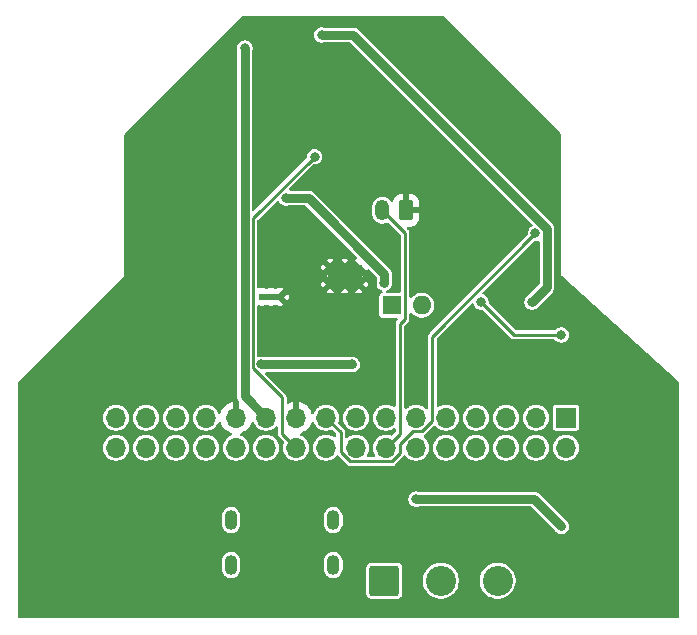
<source format=gbr>
%TF.GenerationSoftware,KiCad,Pcbnew,9.0.0*%
%TF.CreationDate,2025-03-28T07:35:41+02:00*%
%TF.ProjectId,EEE3088F_micro_mouse_power_subsystem,45454533-3038-4384-965f-6d6963726f5f,v0*%
%TF.SameCoordinates,Original*%
%TF.FileFunction,Copper,L2,Bot*%
%TF.FilePolarity,Positive*%
%FSLAX46Y46*%
G04 Gerber Fmt 4.6, Leading zero omitted, Abs format (unit mm)*
G04 Created by KiCad (PCBNEW 9.0.0) date 2025-03-28 07:35:41*
%MOMM*%
%LPD*%
G01*
G04 APERTURE LIST*
G04 Aperture macros list*
%AMRoundRect*
0 Rectangle with rounded corners*
0 $1 Rounding radius*
0 $2 $3 $4 $5 $6 $7 $8 $9 X,Y pos of 4 corners*
0 Add a 4 corners polygon primitive as box body*
4,1,4,$2,$3,$4,$5,$6,$7,$8,$9,$2,$3,0*
0 Add four circle primitives for the rounded corners*
1,1,$1+$1,$2,$3*
1,1,$1+$1,$4,$5*
1,1,$1+$1,$6,$7*
1,1,$1+$1,$8,$9*
0 Add four rect primitives between the rounded corners*
20,1,$1+$1,$2,$3,$4,$5,0*
20,1,$1+$1,$4,$5,$6,$7,0*
20,1,$1+$1,$6,$7,$8,$9,0*
20,1,$1+$1,$8,$9,$2,$3,0*%
G04 Aperture macros list end*
%TA.AperFunction,ComponentPad*%
%ADD10RoundRect,0.249999X-1.025001X-1.025001X1.025001X-1.025001X1.025001X1.025001X-1.025001X1.025001X0*%
%TD*%
%TA.AperFunction,ComponentPad*%
%ADD11C,2.550000*%
%TD*%
%TA.AperFunction,HeatsinkPad*%
%ADD12O,1.100000X1.700000*%
%TD*%
%TA.AperFunction,HeatsinkPad*%
%ADD13C,0.500000*%
%TD*%
%TA.AperFunction,HeatsinkPad*%
%ADD14R,2.000000X0.500000*%
%TD*%
%TA.AperFunction,ComponentPad*%
%ADD15R,1.600000X1.600000*%
%TD*%
%TA.AperFunction,ComponentPad*%
%ADD16O,1.600000X1.600000*%
%TD*%
%TA.AperFunction,ComponentPad*%
%ADD17R,1.700000X1.700000*%
%TD*%
%TA.AperFunction,ComponentPad*%
%ADD18O,1.700000X1.700000*%
%TD*%
%TA.AperFunction,HeatsinkPad*%
%ADD19R,2.900000X1.900000*%
%TD*%
%TA.AperFunction,ComponentPad*%
%ADD20RoundRect,0.250000X0.350000X0.625000X-0.350000X0.625000X-0.350000X-0.625000X0.350000X-0.625000X0*%
%TD*%
%TA.AperFunction,ComponentPad*%
%ADD21O,1.200000X1.750000*%
%TD*%
%TA.AperFunction,ViaPad*%
%ADD22C,0.800000*%
%TD*%
%TA.AperFunction,Conductor*%
%ADD23C,0.250000*%
%TD*%
%TA.AperFunction,Conductor*%
%ADD24C,0.750000*%
%TD*%
G04 APERTURE END LIST*
D10*
%TO.P,SW2,1,A*%
%TO.N,unconnected-(SW2-A-Pad1)*%
X151000000Y-148800000D03*
D11*
%TO.P,SW2,2,B*%
%TO.N,/3V7_Nominal*%
X155800000Y-148800000D03*
%TO.P,SW2,3,C*%
%TO.N,Net-(SW2-C)*%
X160600000Y-148800000D03*
%TD*%
D12*
%TO.P,J3,S1,SHIELD*%
%TO.N,unconnected-(J3-SHIELD-PadS1)_1*%
X146670000Y-147480000D03*
%TO.N,unconnected-(J3-SHIELD-PadS1)_3*%
X146670000Y-143680000D03*
%TO.N,unconnected-(J3-SHIELD-PadS1)_2*%
X138030000Y-147480000D03*
%TO.N,unconnected-(J3-SHIELD-PadS1)*%
X138030000Y-143680000D03*
%TD*%
D13*
%TO.P,U6,9,GND*%
%TO.N,GND*%
X142157500Y-124775000D03*
D14*
X141407500Y-124775000D03*
D13*
X141407500Y-124775000D03*
X140657500Y-124775000D03*
%TD*%
D15*
%TO.P,D1,1,K*%
%TO.N,Net-(D1-K)*%
X151637500Y-125500000D03*
D16*
%TO.P,D1,2,A*%
%TO.N,/Vout (5V)*%
X154177500Y-125500000D03*
%TD*%
D17*
%TO.P,J1,1,Pin_1*%
%TO.N,/Motor2_B_OUT*%
X166400000Y-135000000D03*
D18*
%TO.P,J1,2,Pin_2*%
%TO.N,/Motor2_A_OUT*%
X166400000Y-137540000D03*
%TO.P,J1,3,Pin_3*%
%TO.N,/Motor4_A_OUT*%
X163860000Y-135000000D03*
%TO.P,J1,4,Pin_4*%
%TO.N,/MOTOR2_CTRL1*%
X163860000Y-137540000D03*
%TO.P,J1,5,Pin_5*%
%TO.N,/Motor4_B_OUT*%
X161320000Y-135000000D03*
%TO.P,J1,6,Pin_6*%
%TO.N,/MOTOR2_CTRL2*%
X161320000Y-137540000D03*
%TO.P,J1,7,Pin_7*%
%TO.N,/CTRL_EXT_LOAD2*%
X158780000Y-135000000D03*
%TO.P,J1,8,Pin_8*%
%TO.N,/MOTOR4_CTRL1*%
X158780000Y-137540000D03*
%TO.P,J1,9,Pin_9*%
%TO.N,/USART2_RX*%
X156240000Y-135000000D03*
%TO.P,J1,10,Pin_10*%
%TO.N,/MOTOR4_CTRL2*%
X156240000Y-137540000D03*
%TO.P,J1,11,Pin_11*%
%TO.N,/EXT_LOAD2_OUT*%
X153700000Y-135000000D03*
%TO.P,J1,12,Pin_12*%
%TO.N,/USART2_TX*%
X153700000Y-137540000D03*
%TO.P,J1,13,Pin_13*%
%TO.N,/FAST_CHARGE_CTRL*%
X151160000Y-135000000D03*
%TO.P,J1,14,Pin_14*%
%TO.N,/Battery*%
X151160000Y-137540000D03*
%TO.P,J1,15,Pin_15*%
%TO.N,unconnected-(J1-Pin_15-Pad15)*%
X148620000Y-135000000D03*
%TO.P,J1,16,Pin_16*%
%TO.N,/I2C1_SCL*%
X148620000Y-137540000D03*
%TO.P,J1,17,Pin_17*%
%TO.N,/I2C1_SDA*%
X146080000Y-135000000D03*
%TO.P,J1,18,Pin_18*%
%TO.N,/3V3 Out*%
X146080000Y-137540000D03*
%TO.P,J1,19,Pin_19*%
%TO.N,GND*%
X143540000Y-135000000D03*
%TO.P,J1,20,Pin_20*%
%TO.N,/5V Out*%
X143540000Y-137540000D03*
%TO.P,J1,21,Pin_21*%
%TO.N,/EXT_LOAD1_OUT*%
X141000000Y-135000000D03*
%TO.P,J1,22,Pin_22*%
%TO.N,/HV*%
X141000000Y-137540000D03*
%TO.P,J1,23,Pin_23*%
%TO.N,GND*%
X138460000Y-135000000D03*
%TO.P,J1,24,Pin_24*%
%TO.N,/MOTOR3_CTRL1*%
X138460000Y-137540000D03*
%TO.P,J1,25,Pin_25*%
%TO.N,/CTRL_EXT_LOAD1*%
X135920000Y-135000000D03*
%TO.P,J1,26,Pin_26*%
%TO.N,/MOTOR3_CTRL2*%
X135920000Y-137540000D03*
%TO.P,J1,27,Pin_27*%
%TO.N,/MOTOR3_A_OUT*%
X133380000Y-135000000D03*
%TO.P,J1,28,Pin_28*%
%TO.N,/MOTOR1_CTRL1*%
X133380000Y-137540000D03*
%TO.P,J1,29,Pin_29*%
%TO.N,/MOTOR3_B_OUT*%
X130840000Y-135000000D03*
%TO.P,J1,30,Pin_30*%
%TO.N,/MOTOR1_CTRL2*%
X130840000Y-137540000D03*
%TO.P,J1,31,Pin_31*%
%TO.N,/MOTOR1_B_OUT*%
X128300000Y-135000000D03*
%TO.P,J1,32,Pin_32*%
%TO.N,/MOTOR1_A_OUT*%
X128300000Y-137540000D03*
%TD*%
D13*
%TO.P,U7,9,EPAD*%
%TO.N,GND*%
X146437500Y-123700000D03*
X147637500Y-123700000D03*
X148837500Y-123700000D03*
D19*
X147637500Y-123000000D03*
D13*
X146437500Y-122300000D03*
X147637500Y-122300000D03*
X148837500Y-122300000D03*
%TD*%
D20*
%TO.P,J2,1,Pin_2*%
%TO.N,GND*%
X152837500Y-117450000D03*
D21*
%TO.P,J2,2,Pin_1*%
%TO.N,/Battery*%
X150837500Y-117450000D03*
%TD*%
D22*
%TO.N,GND*%
X169700000Y-134000000D03*
X172200000Y-138100000D03*
X156200000Y-123500000D03*
X163800000Y-116500000D03*
X139200000Y-141300000D03*
X129700000Y-131400000D03*
X167300000Y-131900000D03*
%TO.N,/3V7_Nominal*%
X159200000Y-125200000D03*
X166000000Y-128000000D03*
%TO.N,GND*%
X152600000Y-139900000D03*
X151300000Y-132300000D03*
X147700000Y-115900000D03*
X167800000Y-143800000D03*
X149000000Y-146000000D03*
%TO.N,/EXT_LOAD2_OUT*%
X145690000Y-102600000D03*
X163509457Y-125212362D03*
%TO.N,/EXT_LOAD1_OUT*%
X139200000Y-103700000D03*
%TO.N,/I2C1_SDA*%
X163800000Y-119400000D03*
%TO.N,/3V3 Out*%
X166000000Y-144200000D03*
X153700000Y-141900000D03*
%TO.N,/HV*%
X148300000Y-130500000D03*
X140600000Y-130500000D03*
%TO.N,/Vout (5V)*%
X142700000Y-116400000D03*
X151000000Y-123600000D03*
%TO.N,/5V Out*%
X145100000Y-112900000D03*
%TO.N,GND*%
X127000000Y-148000000D03*
%TD*%
D23*
%TO.N,/3V7_Nominal*%
X162000000Y-128000000D02*
X159200000Y-125200000D01*
X166000000Y-128000000D02*
X162000000Y-128000000D01*
D24*
%TO.N,/EXT_LOAD2_OUT*%
X164776000Y-118995727D02*
X148380273Y-102600000D01*
X164776000Y-123945819D02*
X164776000Y-118995727D01*
X163509457Y-125212362D02*
X164776000Y-123945819D01*
X148380273Y-102600000D02*
X145690000Y-102600000D01*
%TO.N,/EXT_LOAD1_OUT*%
X139173000Y-103727000D02*
X139200000Y-103700000D01*
X139173000Y-133173000D02*
X139173000Y-103727000D01*
X141000000Y-135000000D02*
X139173000Y-133173000D01*
D23*
%TO.N,/I2C1_SDA*%
X155064000Y-128136000D02*
X163800000Y-119400000D01*
X155064000Y-135299116D02*
X155064000Y-128136000D01*
X153400000Y-136176000D02*
X154187116Y-136176000D01*
X152336000Y-138027116D02*
X152336000Y-137240000D01*
X152336000Y-137240000D02*
X153400000Y-136176000D01*
X151647116Y-138716000D02*
X152336000Y-138027116D01*
X147300000Y-137883116D02*
X148132884Y-138716000D01*
X154187116Y-136176000D02*
X155064000Y-135299116D01*
X148132884Y-138716000D02*
X151647116Y-138716000D01*
X147300000Y-136220000D02*
X147300000Y-137883116D01*
X146080000Y-135000000D02*
X147300000Y-136220000D01*
%TO.N,/Battery*%
X152763500Y-119376000D02*
X150837500Y-117450000D01*
X152763500Y-126626000D02*
X152763500Y-119376000D01*
X152336000Y-136364000D02*
X152336000Y-127053500D01*
X151160000Y-137540000D02*
X152336000Y-136364000D01*
X152336000Y-127053500D02*
X152763500Y-126626000D01*
D24*
%TO.N,/3V3 Out*%
X153700000Y-141900000D02*
X163700000Y-141900000D01*
X163700000Y-141900000D02*
X166000000Y-144200000D01*
%TO.N,/HV*%
X148300000Y-130500000D02*
X140600000Y-130500000D01*
%TO.N,/Vout (5V)*%
X144589500Y-116400000D02*
X142700000Y-116400000D01*
X151000000Y-123600000D02*
X151000000Y-122810500D01*
X151000000Y-122810500D02*
X144589500Y-116400000D01*
D23*
%TO.N,/5V Out*%
X143540000Y-137540000D02*
X142364000Y-136364000D01*
X142364000Y-136364000D02*
X142364000Y-133290720D01*
X142364000Y-133290720D02*
X139874000Y-130800720D01*
X139874000Y-130800720D02*
X139874000Y-118126000D01*
X139874000Y-118126000D02*
X145100000Y-112900000D01*
%TD*%
%TA.AperFunction,Conductor*%
%TO.N,GND*%
G36*
X142035274Y-116598275D02*
G01*
X142091207Y-116640147D01*
X142106501Y-116667004D01*
X142123533Y-116708123D01*
X142123538Y-116708133D01*
X142194723Y-116814668D01*
X142194726Y-116814672D01*
X142285327Y-116905273D01*
X142285331Y-116905276D01*
X142391866Y-116976461D01*
X142391872Y-116976464D01*
X142391873Y-116976465D01*
X142510256Y-117025501D01*
X142510260Y-117025501D01*
X142510261Y-117025502D01*
X142635928Y-117050500D01*
X142635931Y-117050500D01*
X142764071Y-117050500D01*
X142877770Y-117027883D01*
X142901962Y-117025500D01*
X144279048Y-117025500D01*
X144346087Y-117045185D01*
X144366729Y-117061819D01*
X148675767Y-121370857D01*
X148709252Y-121432180D01*
X148704268Y-121501872D01*
X148662396Y-121557805D01*
X148624093Y-121577195D01*
X148618735Y-121578820D01*
X148513474Y-121622420D01*
X148513474Y-121622421D01*
X149014277Y-122123223D01*
X149515077Y-122624024D01*
X149515078Y-122624024D01*
X149558675Y-122518775D01*
X149560299Y-122513422D01*
X149598595Y-122454982D01*
X149662406Y-122426523D01*
X149731473Y-122437081D01*
X149766642Y-122461732D01*
X150338181Y-123033271D01*
X150371666Y-123094594D01*
X150374500Y-123120952D01*
X150374500Y-123398035D01*
X150372117Y-123422227D01*
X150349500Y-123535928D01*
X150349500Y-123535931D01*
X150349500Y-123664069D01*
X150349500Y-123664071D01*
X150349499Y-123664071D01*
X150374497Y-123789738D01*
X150374499Y-123789744D01*
X150423533Y-123908124D01*
X150423538Y-123908133D01*
X150494723Y-124014668D01*
X150494726Y-124014672D01*
X150585327Y-124105273D01*
X150585331Y-124105276D01*
X150691866Y-124176461D01*
X150691872Y-124176464D01*
X150691873Y-124176465D01*
X150775100Y-124210939D01*
X150798772Y-124220744D01*
X150853175Y-124264585D01*
X150875240Y-124330879D01*
X150857961Y-124398578D01*
X150806824Y-124446189D01*
X150775510Y-124456922D01*
X150739764Y-124464032D01*
X150739760Y-124464033D01*
X150656899Y-124519399D01*
X150601533Y-124602260D01*
X150601532Y-124602264D01*
X150587000Y-124675321D01*
X150587000Y-126324678D01*
X150601532Y-126397735D01*
X150601533Y-126397739D01*
X150601534Y-126397740D01*
X150656899Y-126480601D01*
X150701095Y-126510131D01*
X150739760Y-126535966D01*
X150739764Y-126535967D01*
X150812821Y-126550499D01*
X150812824Y-126550500D01*
X150812826Y-126550500D01*
X152008601Y-126550500D01*
X152075640Y-126570185D01*
X152121395Y-126622989D01*
X152131339Y-126692147D01*
X152102314Y-126755703D01*
X152096282Y-126762181D01*
X152035526Y-126822936D01*
X151986091Y-126908559D01*
X151986091Y-126908560D01*
X151986090Y-126908562D01*
X151960500Y-127004065D01*
X151960500Y-127004067D01*
X151960500Y-133977940D01*
X151940815Y-134044979D01*
X151888011Y-134090734D01*
X151818853Y-134100678D01*
X151763615Y-134078259D01*
X151736787Y-134058767D01*
X151582447Y-133980128D01*
X151582446Y-133980127D01*
X151582445Y-133980127D01*
X151417701Y-133926598D01*
X151417699Y-133926597D01*
X151417698Y-133926597D01*
X151286271Y-133905781D01*
X151246611Y-133899500D01*
X151073389Y-133899500D01*
X151033728Y-133905781D01*
X150902302Y-133926597D01*
X150737552Y-133980128D01*
X150583211Y-134058768D01*
X150525528Y-134100678D01*
X150443072Y-134160586D01*
X150443070Y-134160588D01*
X150443069Y-134160588D01*
X150320588Y-134283069D01*
X150320588Y-134283070D01*
X150320586Y-134283072D01*
X150276859Y-134343256D01*
X150218768Y-134423211D01*
X150140128Y-134577552D01*
X150086597Y-134742302D01*
X150077179Y-134801768D01*
X150059500Y-134913389D01*
X150059500Y-135086611D01*
X150086598Y-135257701D01*
X150140127Y-135422445D01*
X150218768Y-135576788D01*
X150320586Y-135716928D01*
X150443072Y-135839414D01*
X150583212Y-135941232D01*
X150737555Y-136019873D01*
X150902299Y-136073402D01*
X151073389Y-136100500D01*
X151073390Y-136100500D01*
X151246610Y-136100500D01*
X151246611Y-136100500D01*
X151417701Y-136073402D01*
X151582445Y-136019873D01*
X151736788Y-135941232D01*
X151763614Y-135921741D01*
X151775474Y-135917509D01*
X151784989Y-135909265D01*
X151807753Y-135905991D01*
X151829419Y-135898261D01*
X151841683Y-135901113D01*
X151854147Y-135899321D01*
X151875071Y-135908876D01*
X151897473Y-135914086D01*
X151906247Y-135923114D01*
X151917703Y-135928346D01*
X151930139Y-135947697D01*
X151946169Y-135964191D01*
X151949573Y-135977937D01*
X151955477Y-135987124D01*
X151960500Y-136022059D01*
X151960500Y-136157100D01*
X151940815Y-136224139D01*
X151924181Y-136244781D01*
X151686284Y-136482677D01*
X151624961Y-136516162D01*
X151560286Y-136512927D01*
X151417701Y-136466598D01*
X151417699Y-136466597D01*
X151417698Y-136466597D01*
X151286271Y-136445781D01*
X151246611Y-136439500D01*
X151073389Y-136439500D01*
X151033728Y-136445781D01*
X150902302Y-136466597D01*
X150902299Y-136466598D01*
X150742923Y-136518383D01*
X150737552Y-136520128D01*
X150583211Y-136598768D01*
X150512386Y-136650226D01*
X150443072Y-136700586D01*
X150443070Y-136700588D01*
X150443069Y-136700588D01*
X150320588Y-136823069D01*
X150320588Y-136823070D01*
X150320586Y-136823072D01*
X150276859Y-136883256D01*
X150218768Y-136963211D01*
X150140128Y-137117552D01*
X150086597Y-137282302D01*
X150059500Y-137453389D01*
X150059500Y-137626610D01*
X150086597Y-137797697D01*
X150140128Y-137962447D01*
X150218767Y-138116787D01*
X150238259Y-138143615D01*
X150261738Y-138209422D01*
X150245912Y-138277475D01*
X150195806Y-138326170D01*
X150137940Y-138340500D01*
X149642060Y-138340500D01*
X149575021Y-138320815D01*
X149529266Y-138268011D01*
X149519322Y-138198853D01*
X149541741Y-138143615D01*
X149553406Y-138127559D01*
X149561232Y-138116788D01*
X149639873Y-137962445D01*
X149693402Y-137797701D01*
X149720500Y-137626611D01*
X149720500Y-137453389D01*
X149693402Y-137282299D01*
X149639873Y-137117555D01*
X149561232Y-136963212D01*
X149459414Y-136823072D01*
X149336928Y-136700586D01*
X149196788Y-136598768D01*
X149140152Y-136569911D01*
X149042447Y-136520128D01*
X149042446Y-136520127D01*
X149042445Y-136520127D01*
X148877701Y-136466598D01*
X148877699Y-136466597D01*
X148877698Y-136466597D01*
X148746271Y-136445781D01*
X148706611Y-136439500D01*
X148533389Y-136439500D01*
X148493728Y-136445781D01*
X148362302Y-136466597D01*
X148362299Y-136466598D01*
X148202923Y-136518383D01*
X148197552Y-136520128D01*
X148043211Y-136598768D01*
X147972386Y-136650226D01*
X147903072Y-136700586D01*
X147903070Y-136700588D01*
X147903069Y-136700588D01*
X147887181Y-136716477D01*
X147825858Y-136749962D01*
X147756166Y-136744978D01*
X147700233Y-136703106D01*
X147675816Y-136637642D01*
X147675500Y-136628796D01*
X147675500Y-136170568D01*
X147675500Y-136170565D01*
X147665552Y-136133437D01*
X147649911Y-136075063D01*
X147600475Y-135989438D01*
X147137322Y-135526285D01*
X147103837Y-135464962D01*
X147107071Y-135400289D01*
X147153402Y-135257701D01*
X147180500Y-135086611D01*
X147180500Y-134913389D01*
X147519500Y-134913389D01*
X147519500Y-135086611D01*
X147546598Y-135257701D01*
X147600127Y-135422445D01*
X147678768Y-135576788D01*
X147780586Y-135716928D01*
X147903072Y-135839414D01*
X148043212Y-135941232D01*
X148197555Y-136019873D01*
X148362299Y-136073402D01*
X148533389Y-136100500D01*
X148533390Y-136100500D01*
X148706610Y-136100500D01*
X148706611Y-136100500D01*
X148877701Y-136073402D01*
X149042445Y-136019873D01*
X149196788Y-135941232D01*
X149336928Y-135839414D01*
X149459414Y-135716928D01*
X149561232Y-135576788D01*
X149639873Y-135422445D01*
X149693402Y-135257701D01*
X149720500Y-135086611D01*
X149720500Y-134913389D01*
X149693402Y-134742299D01*
X149639873Y-134577555D01*
X149561232Y-134423212D01*
X149459414Y-134283072D01*
X149336928Y-134160586D01*
X149196788Y-134058768D01*
X149042445Y-133980127D01*
X148877701Y-133926598D01*
X148877699Y-133926597D01*
X148877698Y-133926597D01*
X148746271Y-133905781D01*
X148706611Y-133899500D01*
X148533389Y-133899500D01*
X148493728Y-133905781D01*
X148362302Y-133926597D01*
X148197552Y-133980128D01*
X148043211Y-134058768D01*
X147985528Y-134100678D01*
X147903072Y-134160586D01*
X147903070Y-134160588D01*
X147903069Y-134160588D01*
X147780588Y-134283069D01*
X147780588Y-134283070D01*
X147780586Y-134283072D01*
X147736859Y-134343256D01*
X147678768Y-134423211D01*
X147600128Y-134577552D01*
X147546597Y-134742302D01*
X147537179Y-134801768D01*
X147519500Y-134913389D01*
X147180500Y-134913389D01*
X147153402Y-134742299D01*
X147099873Y-134577555D01*
X147021232Y-134423212D01*
X146919414Y-134283072D01*
X146796928Y-134160586D01*
X146656788Y-134058768D01*
X146502445Y-133980127D01*
X146337701Y-133926598D01*
X146337699Y-133926597D01*
X146337698Y-133926597D01*
X146206271Y-133905781D01*
X146166611Y-133899500D01*
X145993389Y-133899500D01*
X145953728Y-133905781D01*
X145822302Y-133926597D01*
X145657552Y-133980128D01*
X145503211Y-134058768D01*
X145445528Y-134100678D01*
X145363072Y-134160586D01*
X145363070Y-134160588D01*
X145363069Y-134160588D01*
X145240588Y-134283069D01*
X145240588Y-134283070D01*
X145240586Y-134283072D01*
X145196859Y-134343256D01*
X145138768Y-134423211D01*
X145060128Y-134577550D01*
X145059487Y-134579522D01*
X145059102Y-134580712D01*
X145059099Y-134580720D01*
X145058381Y-134581769D01*
X145058266Y-134582048D01*
X145058207Y-134582023D01*
X145019657Y-134638393D01*
X144955297Y-134665587D01*
X144886451Y-134653668D01*
X144834979Y-134606420D01*
X144823239Y-134580711D01*
X144791096Y-134481784D01*
X144694620Y-134292442D01*
X144569727Y-134120540D01*
X144569723Y-134120535D01*
X144419464Y-133970276D01*
X144419459Y-133970272D01*
X144247557Y-133845379D01*
X144058215Y-133748903D01*
X143856124Y-133683241D01*
X143790000Y-133672768D01*
X143790000Y-134566988D01*
X143732993Y-134534075D01*
X143605826Y-134500000D01*
X143474174Y-134500000D01*
X143347007Y-134534075D01*
X143290000Y-134566988D01*
X143290000Y-133672768D01*
X143289999Y-133672768D01*
X143223875Y-133683241D01*
X143021784Y-133748903D01*
X142919795Y-133800870D01*
X142851126Y-133813766D01*
X142786385Y-133787490D01*
X142746128Y-133730383D01*
X142739500Y-133690385D01*
X142739500Y-133241283D01*
X142737712Y-133234610D01*
X142737712Y-133234611D01*
X142737711Y-133234607D01*
X142713911Y-133145783D01*
X142664475Y-133060157D01*
X140941497Y-131337180D01*
X140908013Y-131275858D01*
X140912997Y-131206166D01*
X140954869Y-131150233D01*
X141020333Y-131125816D01*
X141029179Y-131125500D01*
X148098038Y-131125500D01*
X148122230Y-131127883D01*
X148235928Y-131150500D01*
X148235931Y-131150500D01*
X148364071Y-131150500D01*
X148477769Y-131127883D01*
X148489744Y-131125501D01*
X148608127Y-131076465D01*
X148714669Y-131005276D01*
X148805276Y-130914669D01*
X148876465Y-130808127D01*
X148925501Y-130689744D01*
X148950500Y-130564069D01*
X148950500Y-130435931D01*
X148950500Y-130435928D01*
X148925502Y-130310261D01*
X148925501Y-130310260D01*
X148925501Y-130310256D01*
X148876465Y-130191873D01*
X148876464Y-130191872D01*
X148876461Y-130191866D01*
X148805276Y-130085331D01*
X148805273Y-130085327D01*
X148714672Y-129994726D01*
X148714668Y-129994723D01*
X148608133Y-129923538D01*
X148608124Y-129923533D01*
X148489744Y-129874499D01*
X148489738Y-129874497D01*
X148364071Y-129849500D01*
X148364069Y-129849500D01*
X148235931Y-129849500D01*
X148235929Y-129849500D01*
X148122230Y-129872117D01*
X148098038Y-129874500D01*
X140801962Y-129874500D01*
X140777770Y-129872117D01*
X140664071Y-129849500D01*
X140664069Y-129849500D01*
X140535931Y-129849500D01*
X140535929Y-129849500D01*
X140410257Y-129874498D01*
X140409494Y-129874730D01*
X140409074Y-129874733D01*
X140404282Y-129875687D01*
X140404101Y-129874778D01*
X140339628Y-129875353D01*
X140280515Y-129838104D01*
X140250924Y-129774810D01*
X140249500Y-129756069D01*
X140249500Y-125603374D01*
X140269185Y-125536335D01*
X140321989Y-125490580D01*
X140391147Y-125480636D01*
X140420953Y-125488813D01*
X140438732Y-125496177D01*
X140438740Y-125496179D01*
X140583626Y-125524999D01*
X140583629Y-125525000D01*
X140731371Y-125525000D01*
X140731373Y-125524999D01*
X140876259Y-125496179D01*
X140876267Y-125496177D01*
X140985047Y-125451119D01*
X141054516Y-125443650D01*
X141079953Y-125451119D01*
X141188732Y-125496177D01*
X141188740Y-125496179D01*
X141333626Y-125524999D01*
X141333629Y-125525000D01*
X141481371Y-125525000D01*
X141481373Y-125524999D01*
X141626259Y-125496179D01*
X141626267Y-125496177D01*
X141735047Y-125451119D01*
X141804516Y-125443650D01*
X141829953Y-125451119D01*
X141938732Y-125496177D01*
X141938740Y-125496179D01*
X142083626Y-125524999D01*
X142083629Y-125525000D01*
X142231371Y-125525000D01*
X142231373Y-125524999D01*
X142376260Y-125496179D01*
X142376275Y-125496175D01*
X142481524Y-125452578D01*
X142481524Y-125452577D01*
X142068404Y-125039457D01*
X142034919Y-124978134D01*
X142039903Y-124908442D01*
X142068404Y-124864094D01*
X142086788Y-124845709D01*
X142100855Y-124859776D01*
X142137609Y-124875000D01*
X142177391Y-124875000D01*
X142214145Y-124859776D01*
X142242276Y-124831645D01*
X142257500Y-124794891D01*
X142257500Y-124774999D01*
X142511054Y-124774999D01*
X142511054Y-124775001D01*
X142835077Y-125099024D01*
X142835078Y-125099024D01*
X142878675Y-124993775D01*
X142878679Y-124993760D01*
X142907499Y-124848873D01*
X142907500Y-124848871D01*
X142907500Y-124701128D01*
X142907499Y-124701126D01*
X142878679Y-124556240D01*
X142878678Y-124556236D01*
X142835077Y-124450975D01*
X142511054Y-124774999D01*
X142257500Y-124774999D01*
X142257500Y-124755109D01*
X142242276Y-124718355D01*
X142214145Y-124690224D01*
X142177391Y-124675000D01*
X142137609Y-124675000D01*
X142100855Y-124690224D01*
X142086789Y-124704289D01*
X142068404Y-124685904D01*
X142034919Y-124624581D01*
X142039903Y-124554889D01*
X142068404Y-124510542D01*
X142201369Y-124377577D01*
X146113475Y-124377577D01*
X146218736Y-124421178D01*
X146218740Y-124421179D01*
X146363626Y-124449999D01*
X146363629Y-124450000D01*
X146511371Y-124450000D01*
X146511373Y-124449999D01*
X146656260Y-124421179D01*
X146656275Y-124421175D01*
X146761524Y-124377578D01*
X146761524Y-124377577D01*
X147313475Y-124377577D01*
X147418736Y-124421178D01*
X147418740Y-124421179D01*
X147563626Y-124449999D01*
X147563629Y-124450000D01*
X147711371Y-124450000D01*
X147711373Y-124449999D01*
X147856260Y-124421179D01*
X147856275Y-124421175D01*
X147961524Y-124377578D01*
X147961524Y-124377577D01*
X148513475Y-124377577D01*
X148618736Y-124421178D01*
X148618740Y-124421179D01*
X148763626Y-124449999D01*
X148763629Y-124450000D01*
X148911371Y-124450000D01*
X148911373Y-124449999D01*
X149056260Y-124421179D01*
X149056275Y-124421175D01*
X149161524Y-124377578D01*
X149161524Y-124377577D01*
X148837501Y-124053554D01*
X148837500Y-124053554D01*
X148513475Y-124377577D01*
X147961524Y-124377577D01*
X147637501Y-124053554D01*
X147637500Y-124053554D01*
X147313475Y-124377577D01*
X146761524Y-124377577D01*
X146437501Y-124053554D01*
X146437500Y-124053554D01*
X146113475Y-124377577D01*
X142201369Y-124377577D01*
X142481524Y-124097421D01*
X142376267Y-124053822D01*
X142376259Y-124053820D01*
X142231372Y-124025000D01*
X142083628Y-124025000D01*
X141938740Y-124053820D01*
X141938728Y-124053823D01*
X141829952Y-124098880D01*
X141760483Y-124106349D01*
X141735048Y-124098880D01*
X141626271Y-124053823D01*
X141626259Y-124053820D01*
X141481372Y-124025000D01*
X141333628Y-124025000D01*
X141188740Y-124053820D01*
X141188728Y-124053823D01*
X141079952Y-124098880D01*
X141010483Y-124106349D01*
X140985048Y-124098880D01*
X140876271Y-124053823D01*
X140876259Y-124053820D01*
X140731372Y-124025000D01*
X140583628Y-124025000D01*
X140438740Y-124053820D01*
X140438733Y-124053822D01*
X140420949Y-124061188D01*
X140351479Y-124068654D01*
X140289001Y-124037377D01*
X140253351Y-123977287D01*
X140249500Y-123946625D01*
X140249500Y-123626126D01*
X145687500Y-123626126D01*
X145687500Y-123773873D01*
X145716320Y-123918759D01*
X145716322Y-123918767D01*
X145759921Y-124024024D01*
X146083946Y-123700000D01*
X146083946Y-123699999D01*
X146064056Y-123680109D01*
X146337500Y-123680109D01*
X146337500Y-123719891D01*
X146352724Y-123756645D01*
X146380855Y-123784776D01*
X146417609Y-123800000D01*
X146457391Y-123800000D01*
X146494145Y-123784776D01*
X146522276Y-123756645D01*
X146537500Y-123719891D01*
X146537500Y-123700000D01*
X146791054Y-123700000D01*
X147037500Y-123946446D01*
X147283946Y-123700000D01*
X147264055Y-123680109D01*
X147537500Y-123680109D01*
X147537500Y-123719891D01*
X147552724Y-123756645D01*
X147580855Y-123784776D01*
X147617609Y-123800000D01*
X147657391Y-123800000D01*
X147694145Y-123784776D01*
X147722276Y-123756645D01*
X147737500Y-123719891D01*
X147737500Y-123700000D01*
X147991054Y-123700000D01*
X148237500Y-123946446D01*
X148483946Y-123700000D01*
X148464055Y-123680109D01*
X148737500Y-123680109D01*
X148737500Y-123719891D01*
X148752724Y-123756645D01*
X148780855Y-123784776D01*
X148817609Y-123800000D01*
X148857391Y-123800000D01*
X148894145Y-123784776D01*
X148922276Y-123756645D01*
X148937500Y-123719891D01*
X148937500Y-123699999D01*
X149191054Y-123699999D01*
X149191054Y-123700001D01*
X149515077Y-124024024D01*
X149515078Y-124024024D01*
X149558675Y-123918775D01*
X149558679Y-123918760D01*
X149587499Y-123773873D01*
X149587500Y-123773871D01*
X149587500Y-123626128D01*
X149587499Y-123626126D01*
X149558679Y-123481240D01*
X149558678Y-123481236D01*
X149515077Y-123375975D01*
X149191054Y-123699999D01*
X148937500Y-123699999D01*
X148937500Y-123680109D01*
X148922276Y-123643355D01*
X148894145Y-123615224D01*
X148857391Y-123600000D01*
X148817609Y-123600000D01*
X148780855Y-123615224D01*
X148752724Y-123643355D01*
X148737500Y-123680109D01*
X148464055Y-123680109D01*
X148237500Y-123453554D01*
X147991054Y-123700000D01*
X147737500Y-123700000D01*
X147737500Y-123680109D01*
X147722276Y-123643355D01*
X147694145Y-123615224D01*
X147657391Y-123600000D01*
X147617609Y-123600000D01*
X147580855Y-123615224D01*
X147552724Y-123643355D01*
X147537500Y-123680109D01*
X147264055Y-123680109D01*
X147037500Y-123453554D01*
X146791054Y-123700000D01*
X146537500Y-123700000D01*
X146537500Y-123680109D01*
X146522276Y-123643355D01*
X146494145Y-123615224D01*
X146457391Y-123600000D01*
X146417609Y-123600000D01*
X146380855Y-123615224D01*
X146352724Y-123643355D01*
X146337500Y-123680109D01*
X146064056Y-123680109D01*
X145759921Y-123375974D01*
X145759920Y-123375974D01*
X145716323Y-123481228D01*
X145716320Y-123481240D01*
X145687500Y-123626126D01*
X140249500Y-123626126D01*
X140249500Y-122977930D01*
X146113122Y-122977930D01*
X146113122Y-123022068D01*
X146437500Y-123346446D01*
X146437501Y-123346446D01*
X146761876Y-123022069D01*
X146761876Y-123015852D01*
X146759986Y-123011049D01*
X146761761Y-122977930D01*
X147313122Y-122977930D01*
X147313122Y-123022068D01*
X147637500Y-123346446D01*
X147637501Y-123346446D01*
X147961876Y-123022069D01*
X147961876Y-123015852D01*
X147959986Y-123011049D01*
X147961761Y-122977930D01*
X148513122Y-122977930D01*
X148513122Y-123022068D01*
X148837500Y-123346446D01*
X148837501Y-123346446D01*
X149161876Y-123022069D01*
X149161876Y-122977929D01*
X148837501Y-122653554D01*
X148837500Y-122653554D01*
X148513122Y-122977930D01*
X147961761Y-122977930D01*
X147961767Y-122977820D01*
X147637501Y-122653554D01*
X147637500Y-122653554D01*
X147313122Y-122977930D01*
X146761761Y-122977930D01*
X146761767Y-122977820D01*
X146437501Y-122653554D01*
X146437500Y-122653554D01*
X146113122Y-122977930D01*
X140249500Y-122977930D01*
X140249500Y-122226126D01*
X145687500Y-122226126D01*
X145687500Y-122373873D01*
X145716320Y-122518759D01*
X145716322Y-122518767D01*
X145759921Y-122624024D01*
X146083946Y-122300000D01*
X146083946Y-122299999D01*
X146064056Y-122280109D01*
X146337500Y-122280109D01*
X146337500Y-122319891D01*
X146352724Y-122356645D01*
X146380855Y-122384776D01*
X146417609Y-122400000D01*
X146457391Y-122400000D01*
X146494145Y-122384776D01*
X146522276Y-122356645D01*
X146537500Y-122319891D01*
X146537500Y-122300000D01*
X146791054Y-122300000D01*
X147037500Y-122546446D01*
X147283946Y-122300000D01*
X147264055Y-122280109D01*
X147537500Y-122280109D01*
X147537500Y-122319891D01*
X147552724Y-122356645D01*
X147580855Y-122384776D01*
X147617609Y-122400000D01*
X147657391Y-122400000D01*
X147694145Y-122384776D01*
X147722276Y-122356645D01*
X147737500Y-122319891D01*
X147737500Y-122300000D01*
X147991054Y-122300000D01*
X148237500Y-122546446D01*
X148483946Y-122300000D01*
X148464055Y-122280109D01*
X148737500Y-122280109D01*
X148737500Y-122319891D01*
X148752724Y-122356645D01*
X148780855Y-122384776D01*
X148817609Y-122400000D01*
X148857391Y-122400000D01*
X148894145Y-122384776D01*
X148922276Y-122356645D01*
X148937500Y-122319891D01*
X148937500Y-122280109D01*
X148922276Y-122243355D01*
X148894145Y-122215224D01*
X148857391Y-122200000D01*
X148817609Y-122200000D01*
X148780855Y-122215224D01*
X148752724Y-122243355D01*
X148737500Y-122280109D01*
X148464055Y-122280109D01*
X148237500Y-122053554D01*
X147991054Y-122300000D01*
X147737500Y-122300000D01*
X147737500Y-122280109D01*
X147722276Y-122243355D01*
X147694145Y-122215224D01*
X147657391Y-122200000D01*
X147617609Y-122200000D01*
X147580855Y-122215224D01*
X147552724Y-122243355D01*
X147537500Y-122280109D01*
X147264055Y-122280109D01*
X147037500Y-122053554D01*
X146791054Y-122300000D01*
X146537500Y-122300000D01*
X146537500Y-122280109D01*
X146522276Y-122243355D01*
X146494145Y-122215224D01*
X146457391Y-122200000D01*
X146417609Y-122200000D01*
X146380855Y-122215224D01*
X146352724Y-122243355D01*
X146337500Y-122280109D01*
X146064056Y-122280109D01*
X145759921Y-121975974D01*
X145759920Y-121975974D01*
X145716323Y-122081228D01*
X145716320Y-122081240D01*
X145687500Y-122226126D01*
X140249500Y-122226126D01*
X140249500Y-121622420D01*
X146113474Y-121622420D01*
X146113474Y-121622421D01*
X146437500Y-121946446D01*
X146437501Y-121946446D01*
X146761524Y-121622421D01*
X146761522Y-121622420D01*
X147313474Y-121622420D01*
X147313474Y-121622421D01*
X147637500Y-121946446D01*
X147637501Y-121946446D01*
X147961524Y-121622421D01*
X147856267Y-121578822D01*
X147856259Y-121578820D01*
X147711372Y-121550000D01*
X147563628Y-121550000D01*
X147418740Y-121578820D01*
X147418728Y-121578823D01*
X147313474Y-121622420D01*
X146761522Y-121622420D01*
X146656267Y-121578822D01*
X146656259Y-121578820D01*
X146511372Y-121550000D01*
X146363628Y-121550000D01*
X146218740Y-121578820D01*
X146218728Y-121578823D01*
X146113474Y-121622420D01*
X140249500Y-121622420D01*
X140249500Y-118332898D01*
X140269185Y-118265859D01*
X140285814Y-118245222D01*
X141904261Y-116626774D01*
X141965582Y-116593291D01*
X142035274Y-116598275D01*
G37*
%TD.AperFunction*%
%TA.AperFunction,Conductor*%
G36*
X156015470Y-101020185D02*
G01*
X156036112Y-101036819D01*
X165963181Y-110963888D01*
X165996666Y-111025211D01*
X165999500Y-111051569D01*
X165999500Y-122999807D01*
X165999490Y-122999819D01*
X165999500Y-123000007D01*
X165999500Y-123000207D01*
X165999511Y-123000218D01*
X165999512Y-123000233D01*
X165999652Y-123000359D01*
X166011315Y-123012022D01*
X166015648Y-123014755D01*
X175958453Y-131963279D01*
X175995113Y-132022756D01*
X175999500Y-132055446D01*
X175999500Y-151875500D01*
X175979815Y-151942539D01*
X175927011Y-151988294D01*
X175875500Y-151999500D01*
X120124500Y-151999500D01*
X120057461Y-151979815D01*
X120011706Y-151927011D01*
X120000500Y-151875500D01*
X120000500Y-147101153D01*
X137229500Y-147101153D01*
X137229500Y-147858846D01*
X137260261Y-148013489D01*
X137260264Y-148013501D01*
X137320602Y-148159172D01*
X137320609Y-148159185D01*
X137408210Y-148290288D01*
X137408213Y-148290292D01*
X137519707Y-148401786D01*
X137519711Y-148401789D01*
X137650814Y-148489390D01*
X137650827Y-148489397D01*
X137796498Y-148549735D01*
X137796503Y-148549737D01*
X137951153Y-148580499D01*
X137951156Y-148580500D01*
X137951158Y-148580500D01*
X138108844Y-148580500D01*
X138108845Y-148580499D01*
X138263497Y-148549737D01*
X138409179Y-148489394D01*
X138540289Y-148401789D01*
X138651789Y-148290289D01*
X138739394Y-148159179D01*
X138799737Y-148013497D01*
X138830500Y-147858842D01*
X138830500Y-147101158D01*
X138830500Y-147101155D01*
X138830499Y-147101153D01*
X145869500Y-147101153D01*
X145869500Y-147858846D01*
X145900261Y-148013489D01*
X145900264Y-148013501D01*
X145960602Y-148159172D01*
X145960609Y-148159185D01*
X146048210Y-148290288D01*
X146048213Y-148290292D01*
X146159707Y-148401786D01*
X146159711Y-148401789D01*
X146290814Y-148489390D01*
X146290827Y-148489397D01*
X146436498Y-148549735D01*
X146436503Y-148549737D01*
X146591153Y-148580499D01*
X146591156Y-148580500D01*
X146591158Y-148580500D01*
X146748844Y-148580500D01*
X146748845Y-148580499D01*
X146903497Y-148549737D01*
X147049179Y-148489394D01*
X147180289Y-148401789D01*
X147291789Y-148290289D01*
X147379394Y-148159179D01*
X147439737Y-148013497D01*
X147470500Y-147858842D01*
X147470500Y-147727134D01*
X149474500Y-147727134D01*
X149474500Y-149872865D01*
X149474501Y-149872884D01*
X149480908Y-149932481D01*
X149480910Y-149932488D01*
X149531202Y-150067328D01*
X149531203Y-150067330D01*
X149531204Y-150067331D01*
X149617453Y-150182547D01*
X149732669Y-150268796D01*
X149732671Y-150268797D01*
X149783988Y-150287937D01*
X149867516Y-150319091D01*
X149927126Y-150325500D01*
X149927135Y-150325500D01*
X152072865Y-150325500D01*
X152072874Y-150325500D01*
X152132484Y-150319091D01*
X152267331Y-150268796D01*
X152382547Y-150182547D01*
X152468796Y-150067331D01*
X152519091Y-149932484D01*
X152525500Y-149872874D01*
X152525500Y-148679941D01*
X154274500Y-148679941D01*
X154274500Y-148920058D01*
X154312063Y-149157222D01*
X154386265Y-149385593D01*
X154495276Y-149599536D01*
X154636414Y-149793796D01*
X154806204Y-149963586D01*
X155000464Y-150104724D01*
X155101543Y-150156226D01*
X155214406Y-150213734D01*
X155214408Y-150213734D01*
X155214411Y-150213736D01*
X155442778Y-150287937D01*
X155679941Y-150325500D01*
X155679942Y-150325500D01*
X155920058Y-150325500D01*
X155920059Y-150325500D01*
X156157222Y-150287937D01*
X156385589Y-150213736D01*
X156599536Y-150104724D01*
X156793796Y-149963586D01*
X156963586Y-149793796D01*
X157104724Y-149599536D01*
X157213736Y-149385589D01*
X157287937Y-149157222D01*
X157325500Y-148920059D01*
X157325500Y-148679941D01*
X159074500Y-148679941D01*
X159074500Y-148920058D01*
X159112063Y-149157222D01*
X159186265Y-149385593D01*
X159295276Y-149599536D01*
X159436414Y-149793796D01*
X159606204Y-149963586D01*
X159800464Y-150104724D01*
X159901543Y-150156226D01*
X160014406Y-150213734D01*
X160014408Y-150213734D01*
X160014411Y-150213736D01*
X160242778Y-150287937D01*
X160479941Y-150325500D01*
X160479942Y-150325500D01*
X160720058Y-150325500D01*
X160720059Y-150325500D01*
X160957222Y-150287937D01*
X161185589Y-150213736D01*
X161399536Y-150104724D01*
X161593796Y-149963586D01*
X161763586Y-149793796D01*
X161904724Y-149599536D01*
X162013736Y-149385589D01*
X162087937Y-149157222D01*
X162125500Y-148920059D01*
X162125500Y-148679941D01*
X162087937Y-148442778D01*
X162013736Y-148214411D01*
X162013734Y-148214408D01*
X162013734Y-148214406D01*
X161956226Y-148101543D01*
X161904724Y-148000464D01*
X161763586Y-147806204D01*
X161593796Y-147636414D01*
X161399536Y-147495276D01*
X161185593Y-147386265D01*
X160957222Y-147312063D01*
X160720059Y-147274500D01*
X160479941Y-147274500D01*
X160361359Y-147293281D01*
X160242777Y-147312063D01*
X160014406Y-147386265D01*
X159800463Y-147495276D01*
X159606201Y-147636416D01*
X159436416Y-147806201D01*
X159295276Y-148000463D01*
X159186265Y-148214406D01*
X159112063Y-148442777D01*
X159074500Y-148679941D01*
X157325500Y-148679941D01*
X157287937Y-148442778D01*
X157213736Y-148214411D01*
X157213734Y-148214408D01*
X157213734Y-148214406D01*
X157156226Y-148101543D01*
X157104724Y-148000464D01*
X156963586Y-147806204D01*
X156793796Y-147636414D01*
X156599536Y-147495276D01*
X156385593Y-147386265D01*
X156157222Y-147312063D01*
X155920059Y-147274500D01*
X155679941Y-147274500D01*
X155561359Y-147293281D01*
X155442777Y-147312063D01*
X155214406Y-147386265D01*
X155000463Y-147495276D01*
X154806201Y-147636416D01*
X154636416Y-147806201D01*
X154495276Y-148000463D01*
X154386265Y-148214406D01*
X154312063Y-148442777D01*
X154274500Y-148679941D01*
X152525500Y-148679941D01*
X152525500Y-147727126D01*
X152519091Y-147667516D01*
X152468796Y-147532669D01*
X152382547Y-147417453D01*
X152267331Y-147331204D01*
X152267330Y-147331203D01*
X152267328Y-147331202D01*
X152132488Y-147280910D01*
X152132481Y-147280908D01*
X152072884Y-147274501D01*
X152072882Y-147274500D01*
X152072874Y-147274500D01*
X149927126Y-147274500D01*
X149927118Y-147274500D01*
X149927115Y-147274501D01*
X149867518Y-147280908D01*
X149867511Y-147280910D01*
X149732671Y-147331202D01*
X149732669Y-147331203D01*
X149617453Y-147417453D01*
X149531203Y-147532669D01*
X149531202Y-147532671D01*
X149480910Y-147667511D01*
X149480908Y-147667518D01*
X149474501Y-147727115D01*
X149474500Y-147727134D01*
X147470500Y-147727134D01*
X147470500Y-147101158D01*
X147470500Y-147101155D01*
X147470499Y-147101153D01*
X147439738Y-146946510D01*
X147439737Y-146946503D01*
X147439735Y-146946498D01*
X147379397Y-146800827D01*
X147379390Y-146800814D01*
X147291789Y-146669711D01*
X147291786Y-146669707D01*
X147180292Y-146558213D01*
X147180288Y-146558210D01*
X147049185Y-146470609D01*
X147049172Y-146470602D01*
X146903501Y-146410264D01*
X146903489Y-146410261D01*
X146748845Y-146379500D01*
X146748842Y-146379500D01*
X146591158Y-146379500D01*
X146591155Y-146379500D01*
X146436510Y-146410261D01*
X146436498Y-146410264D01*
X146290827Y-146470602D01*
X146290814Y-146470609D01*
X146159711Y-146558210D01*
X146159707Y-146558213D01*
X146048213Y-146669707D01*
X146048210Y-146669711D01*
X145960609Y-146800814D01*
X145960602Y-146800827D01*
X145900264Y-146946498D01*
X145900261Y-146946510D01*
X145869500Y-147101153D01*
X138830499Y-147101153D01*
X138799738Y-146946510D01*
X138799737Y-146946503D01*
X138799735Y-146946498D01*
X138739397Y-146800827D01*
X138739390Y-146800814D01*
X138651789Y-146669711D01*
X138651786Y-146669707D01*
X138540292Y-146558213D01*
X138540288Y-146558210D01*
X138409185Y-146470609D01*
X138409172Y-146470602D01*
X138263501Y-146410264D01*
X138263489Y-146410261D01*
X138108845Y-146379500D01*
X138108842Y-146379500D01*
X137951158Y-146379500D01*
X137951155Y-146379500D01*
X137796510Y-146410261D01*
X137796498Y-146410264D01*
X137650827Y-146470602D01*
X137650814Y-146470609D01*
X137519711Y-146558210D01*
X137519707Y-146558213D01*
X137408213Y-146669707D01*
X137408210Y-146669711D01*
X137320609Y-146800814D01*
X137320602Y-146800827D01*
X137260264Y-146946498D01*
X137260261Y-146946510D01*
X137229500Y-147101153D01*
X120000500Y-147101153D01*
X120000500Y-143301153D01*
X137229500Y-143301153D01*
X137229500Y-144058846D01*
X137260261Y-144213489D01*
X137260264Y-144213501D01*
X137320602Y-144359172D01*
X137320609Y-144359185D01*
X137408210Y-144490288D01*
X137408213Y-144490292D01*
X137519707Y-144601786D01*
X137519711Y-144601789D01*
X137650814Y-144689390D01*
X137650827Y-144689397D01*
X137796498Y-144749735D01*
X137796503Y-144749737D01*
X137930853Y-144776461D01*
X137951153Y-144780499D01*
X137951156Y-144780500D01*
X137951158Y-144780500D01*
X138108844Y-144780500D01*
X138108845Y-144780499D01*
X138263497Y-144749737D01*
X138409179Y-144689394D01*
X138540289Y-144601789D01*
X138651789Y-144490289D01*
X138739394Y-144359179D01*
X138799737Y-144213497D01*
X138830500Y-144058842D01*
X138830500Y-143301158D01*
X138830500Y-143301155D01*
X138830499Y-143301153D01*
X145869500Y-143301153D01*
X145869500Y-144058846D01*
X145900261Y-144213489D01*
X145900264Y-144213501D01*
X145960602Y-144359172D01*
X145960609Y-144359185D01*
X146048210Y-144490288D01*
X146048213Y-144490292D01*
X146159707Y-144601786D01*
X146159711Y-144601789D01*
X146290814Y-144689390D01*
X146290827Y-144689397D01*
X146436498Y-144749735D01*
X146436503Y-144749737D01*
X146570853Y-144776461D01*
X146591153Y-144780499D01*
X146591156Y-144780500D01*
X146591158Y-144780500D01*
X146748844Y-144780500D01*
X146748845Y-144780499D01*
X146903497Y-144749737D01*
X147049179Y-144689394D01*
X147180289Y-144601789D01*
X147291789Y-144490289D01*
X147379394Y-144359179D01*
X147439737Y-144213497D01*
X147470500Y-144058842D01*
X147470500Y-143301158D01*
X147470500Y-143301155D01*
X147470499Y-143301153D01*
X147439738Y-143146510D01*
X147439737Y-143146503D01*
X147439735Y-143146498D01*
X147379397Y-143000827D01*
X147379390Y-143000814D01*
X147291789Y-142869711D01*
X147291786Y-142869707D01*
X147180292Y-142758213D01*
X147180288Y-142758210D01*
X147049185Y-142670609D01*
X147049172Y-142670602D01*
X146903501Y-142610264D01*
X146903489Y-142610261D01*
X146748845Y-142579500D01*
X146748842Y-142579500D01*
X146591158Y-142579500D01*
X146591155Y-142579500D01*
X146436510Y-142610261D01*
X146436498Y-142610264D01*
X146290827Y-142670602D01*
X146290814Y-142670609D01*
X146159711Y-142758210D01*
X146159707Y-142758213D01*
X146048213Y-142869707D01*
X146048210Y-142869711D01*
X145960609Y-143000814D01*
X145960602Y-143000827D01*
X145900264Y-143146498D01*
X145900261Y-143146510D01*
X145869500Y-143301153D01*
X138830499Y-143301153D01*
X138799738Y-143146510D01*
X138799737Y-143146503D01*
X138799735Y-143146498D01*
X138739397Y-143000827D01*
X138739390Y-143000814D01*
X138651789Y-142869711D01*
X138651786Y-142869707D01*
X138540292Y-142758213D01*
X138540288Y-142758210D01*
X138409185Y-142670609D01*
X138409172Y-142670602D01*
X138263501Y-142610264D01*
X138263489Y-142610261D01*
X138108845Y-142579500D01*
X138108842Y-142579500D01*
X137951158Y-142579500D01*
X137951155Y-142579500D01*
X137796510Y-142610261D01*
X137796498Y-142610264D01*
X137650827Y-142670602D01*
X137650814Y-142670609D01*
X137519711Y-142758210D01*
X137519707Y-142758213D01*
X137408213Y-142869707D01*
X137408210Y-142869711D01*
X137320609Y-143000814D01*
X137320602Y-143000827D01*
X137260264Y-143146498D01*
X137260261Y-143146510D01*
X137229500Y-143301153D01*
X120000500Y-143301153D01*
X120000500Y-141964071D01*
X153049499Y-141964071D01*
X153074497Y-142089738D01*
X153074499Y-142089744D01*
X153123533Y-142208124D01*
X153123538Y-142208133D01*
X153194723Y-142314668D01*
X153194726Y-142314672D01*
X153285327Y-142405273D01*
X153285331Y-142405276D01*
X153391866Y-142476461D01*
X153391872Y-142476464D01*
X153391873Y-142476465D01*
X153510256Y-142525501D01*
X153510260Y-142525501D01*
X153510261Y-142525502D01*
X153635928Y-142550500D01*
X153635931Y-142550500D01*
X153764071Y-142550500D01*
X153877770Y-142527883D01*
X153901962Y-142525500D01*
X163389548Y-142525500D01*
X163456587Y-142545185D01*
X163477229Y-142561819D01*
X165414893Y-144499483D01*
X165430314Y-144518273D01*
X165494723Y-144614668D01*
X165494726Y-144614672D01*
X165585327Y-144705273D01*
X165585331Y-144705276D01*
X165691866Y-144776461D01*
X165691872Y-144776464D01*
X165691873Y-144776465D01*
X165810256Y-144825501D01*
X165810260Y-144825501D01*
X165810261Y-144825502D01*
X165935928Y-144850500D01*
X165935931Y-144850500D01*
X166064071Y-144850500D01*
X166148615Y-144833682D01*
X166189744Y-144825501D01*
X166308127Y-144776465D01*
X166414669Y-144705276D01*
X166505276Y-144614669D01*
X166576465Y-144508127D01*
X166625501Y-144389744D01*
X166650500Y-144264069D01*
X166650500Y-144135931D01*
X166650500Y-144135928D01*
X166625502Y-144010261D01*
X166625501Y-144010260D01*
X166625501Y-144010256D01*
X166576465Y-143891873D01*
X166576464Y-143891872D01*
X166576461Y-143891866D01*
X166505276Y-143785331D01*
X166505273Y-143785327D01*
X166414672Y-143694726D01*
X166414668Y-143694723D01*
X166318273Y-143630314D01*
X166299483Y-143614893D01*
X164193150Y-141508560D01*
X164185860Y-141501270D01*
X164185858Y-141501267D01*
X164098733Y-141414142D01*
X164047509Y-141379915D01*
X163996286Y-141345688D01*
X163996283Y-141345686D01*
X163996280Y-141345685D01*
X163922603Y-141315168D01*
X163922601Y-141315167D01*
X163915792Y-141312347D01*
X163882452Y-141298537D01*
X163822029Y-141286518D01*
X163817306Y-141285578D01*
X163817304Y-141285578D01*
X163761610Y-141274500D01*
X163761607Y-141274500D01*
X163761606Y-141274500D01*
X153901962Y-141274500D01*
X153877770Y-141272117D01*
X153764071Y-141249500D01*
X153764069Y-141249500D01*
X153635931Y-141249500D01*
X153635929Y-141249500D01*
X153510261Y-141274497D01*
X153510255Y-141274499D01*
X153391875Y-141323533D01*
X153391866Y-141323538D01*
X153285331Y-141394723D01*
X153285327Y-141394726D01*
X153194726Y-141485327D01*
X153194723Y-141485331D01*
X153123538Y-141591866D01*
X153123533Y-141591875D01*
X153074499Y-141710255D01*
X153074497Y-141710261D01*
X153049500Y-141835928D01*
X153049500Y-141835931D01*
X153049500Y-141964069D01*
X153049500Y-141964071D01*
X153049499Y-141964071D01*
X120000500Y-141964071D01*
X120000500Y-137453389D01*
X127199500Y-137453389D01*
X127199500Y-137626611D01*
X127226598Y-137797701D01*
X127280127Y-137962445D01*
X127358768Y-138116788D01*
X127460586Y-138256928D01*
X127583072Y-138379414D01*
X127723212Y-138481232D01*
X127877555Y-138559873D01*
X128042299Y-138613402D01*
X128213389Y-138640500D01*
X128213390Y-138640500D01*
X128386610Y-138640500D01*
X128386611Y-138640500D01*
X128557701Y-138613402D01*
X128722445Y-138559873D01*
X128876788Y-138481232D01*
X129016928Y-138379414D01*
X129139414Y-138256928D01*
X129241232Y-138116788D01*
X129319873Y-137962445D01*
X129373402Y-137797701D01*
X129400500Y-137626611D01*
X129400500Y-137453389D01*
X129739500Y-137453389D01*
X129739500Y-137626611D01*
X129766598Y-137797701D01*
X129820127Y-137962445D01*
X129898768Y-138116788D01*
X130000586Y-138256928D01*
X130123072Y-138379414D01*
X130263212Y-138481232D01*
X130417555Y-138559873D01*
X130582299Y-138613402D01*
X130753389Y-138640500D01*
X130753390Y-138640500D01*
X130926610Y-138640500D01*
X130926611Y-138640500D01*
X131097701Y-138613402D01*
X131262445Y-138559873D01*
X131416788Y-138481232D01*
X131556928Y-138379414D01*
X131679414Y-138256928D01*
X131781232Y-138116788D01*
X131859873Y-137962445D01*
X131913402Y-137797701D01*
X131940500Y-137626611D01*
X131940500Y-137453389D01*
X132279500Y-137453389D01*
X132279500Y-137626611D01*
X132306598Y-137797701D01*
X132360127Y-137962445D01*
X132438768Y-138116788D01*
X132540586Y-138256928D01*
X132663072Y-138379414D01*
X132803212Y-138481232D01*
X132957555Y-138559873D01*
X133122299Y-138613402D01*
X133293389Y-138640500D01*
X133293390Y-138640500D01*
X133466610Y-138640500D01*
X133466611Y-138640500D01*
X133637701Y-138613402D01*
X133802445Y-138559873D01*
X133956788Y-138481232D01*
X134096928Y-138379414D01*
X134219414Y-138256928D01*
X134321232Y-138116788D01*
X134399873Y-137962445D01*
X134453402Y-137797701D01*
X134480500Y-137626611D01*
X134480500Y-137453389D01*
X134819500Y-137453389D01*
X134819500Y-137626611D01*
X134846598Y-137797701D01*
X134900127Y-137962445D01*
X134978768Y-138116788D01*
X135080586Y-138256928D01*
X135203072Y-138379414D01*
X135343212Y-138481232D01*
X135497555Y-138559873D01*
X135662299Y-138613402D01*
X135833389Y-138640500D01*
X135833390Y-138640500D01*
X136006610Y-138640500D01*
X136006611Y-138640500D01*
X136177701Y-138613402D01*
X136342445Y-138559873D01*
X136496788Y-138481232D01*
X136636928Y-138379414D01*
X136759414Y-138256928D01*
X136861232Y-138116788D01*
X136939873Y-137962445D01*
X136993402Y-137797701D01*
X137020500Y-137626611D01*
X137020500Y-137453389D01*
X136993402Y-137282299D01*
X136939873Y-137117555D01*
X136861232Y-136963212D01*
X136759414Y-136823072D01*
X136636928Y-136700586D01*
X136496788Y-136598768D01*
X136440152Y-136569911D01*
X136342447Y-136520128D01*
X136342446Y-136520127D01*
X136342445Y-136520127D01*
X136177701Y-136466598D01*
X136177699Y-136466597D01*
X136177698Y-136466597D01*
X136046271Y-136445781D01*
X136006611Y-136439500D01*
X135833389Y-136439500D01*
X135793728Y-136445781D01*
X135662302Y-136466597D01*
X135662299Y-136466598D01*
X135502923Y-136518383D01*
X135497552Y-136520128D01*
X135343211Y-136598768D01*
X135272386Y-136650226D01*
X135203072Y-136700586D01*
X135203070Y-136700588D01*
X135203069Y-136700588D01*
X135080588Y-136823069D01*
X135080588Y-136823070D01*
X135080586Y-136823072D01*
X135036859Y-136883256D01*
X134978768Y-136963211D01*
X134900128Y-137117552D01*
X134846597Y-137282302D01*
X134819500Y-137453389D01*
X134480500Y-137453389D01*
X134453402Y-137282299D01*
X134399873Y-137117555D01*
X134321232Y-136963212D01*
X134219414Y-136823072D01*
X134096928Y-136700586D01*
X133956788Y-136598768D01*
X133900152Y-136569911D01*
X133802447Y-136520128D01*
X133802446Y-136520127D01*
X133802445Y-136520127D01*
X133637701Y-136466598D01*
X133637699Y-136466597D01*
X133637698Y-136466597D01*
X133506271Y-136445781D01*
X133466611Y-136439500D01*
X133293389Y-136439500D01*
X133253728Y-136445781D01*
X133122302Y-136466597D01*
X133122299Y-136466598D01*
X132962923Y-136518383D01*
X132957552Y-136520128D01*
X132803211Y-136598768D01*
X132732386Y-136650226D01*
X132663072Y-136700586D01*
X132663070Y-136700588D01*
X132663069Y-136700588D01*
X132540588Y-136823069D01*
X132540588Y-136823070D01*
X132540586Y-136823072D01*
X132496859Y-136883256D01*
X132438768Y-136963211D01*
X132360128Y-137117552D01*
X132306597Y-137282302D01*
X132279500Y-137453389D01*
X131940500Y-137453389D01*
X131913402Y-137282299D01*
X131859873Y-137117555D01*
X131781232Y-136963212D01*
X131679414Y-136823072D01*
X131556928Y-136700586D01*
X131416788Y-136598768D01*
X131360152Y-136569911D01*
X131262447Y-136520128D01*
X131262446Y-136520127D01*
X131262445Y-136520127D01*
X131097701Y-136466598D01*
X131097699Y-136466597D01*
X131097698Y-136466597D01*
X130966271Y-136445781D01*
X130926611Y-136439500D01*
X130753389Y-136439500D01*
X130713728Y-136445781D01*
X130582302Y-136466597D01*
X130582299Y-136466598D01*
X130422923Y-136518383D01*
X130417552Y-136520128D01*
X130263211Y-136598768D01*
X130192386Y-136650226D01*
X130123072Y-136700586D01*
X130123070Y-136700588D01*
X130123069Y-136700588D01*
X130000588Y-136823069D01*
X130000588Y-136823070D01*
X130000586Y-136823072D01*
X129956859Y-136883256D01*
X129898768Y-136963211D01*
X129820128Y-137117552D01*
X129766597Y-137282302D01*
X129739500Y-137453389D01*
X129400500Y-137453389D01*
X129373402Y-137282299D01*
X129319873Y-137117555D01*
X129241232Y-136963212D01*
X129139414Y-136823072D01*
X129016928Y-136700586D01*
X128876788Y-136598768D01*
X128820152Y-136569911D01*
X128722447Y-136520128D01*
X128722446Y-136520127D01*
X128722445Y-136520127D01*
X128557701Y-136466598D01*
X128557699Y-136466597D01*
X128557698Y-136466597D01*
X128426271Y-136445781D01*
X128386611Y-136439500D01*
X128213389Y-136439500D01*
X128173728Y-136445781D01*
X128042302Y-136466597D01*
X128042299Y-136466598D01*
X127882923Y-136518383D01*
X127877552Y-136520128D01*
X127723211Y-136598768D01*
X127652386Y-136650226D01*
X127583072Y-136700586D01*
X127583070Y-136700588D01*
X127583069Y-136700588D01*
X127460588Y-136823069D01*
X127460588Y-136823070D01*
X127460586Y-136823072D01*
X127416859Y-136883256D01*
X127358768Y-136963211D01*
X127280128Y-137117552D01*
X127226597Y-137282302D01*
X127199500Y-137453389D01*
X120000500Y-137453389D01*
X120000500Y-134913389D01*
X127199500Y-134913389D01*
X127199500Y-135086611D01*
X127226598Y-135257701D01*
X127280127Y-135422445D01*
X127358768Y-135576788D01*
X127460586Y-135716928D01*
X127583072Y-135839414D01*
X127723212Y-135941232D01*
X127877555Y-136019873D01*
X128042299Y-136073402D01*
X128213389Y-136100500D01*
X128213390Y-136100500D01*
X128386610Y-136100500D01*
X128386611Y-136100500D01*
X128557701Y-136073402D01*
X128722445Y-136019873D01*
X128876788Y-135941232D01*
X129016928Y-135839414D01*
X129139414Y-135716928D01*
X129241232Y-135576788D01*
X129319873Y-135422445D01*
X129373402Y-135257701D01*
X129400500Y-135086611D01*
X129400500Y-134913389D01*
X129739500Y-134913389D01*
X129739500Y-135086611D01*
X129766598Y-135257701D01*
X129820127Y-135422445D01*
X129898768Y-135576788D01*
X130000586Y-135716928D01*
X130123072Y-135839414D01*
X130263212Y-135941232D01*
X130417555Y-136019873D01*
X130582299Y-136073402D01*
X130753389Y-136100500D01*
X130753390Y-136100500D01*
X130926610Y-136100500D01*
X130926611Y-136100500D01*
X131097701Y-136073402D01*
X131262445Y-136019873D01*
X131416788Y-135941232D01*
X131556928Y-135839414D01*
X131679414Y-135716928D01*
X131781232Y-135576788D01*
X131859873Y-135422445D01*
X131913402Y-135257701D01*
X131940500Y-135086611D01*
X131940500Y-134913389D01*
X132279500Y-134913389D01*
X132279500Y-135086611D01*
X132306598Y-135257701D01*
X132360127Y-135422445D01*
X132438768Y-135576788D01*
X132540586Y-135716928D01*
X132663072Y-135839414D01*
X132803212Y-135941232D01*
X132957555Y-136019873D01*
X133122299Y-136073402D01*
X133293389Y-136100500D01*
X133293390Y-136100500D01*
X133466610Y-136100500D01*
X133466611Y-136100500D01*
X133637701Y-136073402D01*
X133802445Y-136019873D01*
X133956788Y-135941232D01*
X134096928Y-135839414D01*
X134219414Y-135716928D01*
X134321232Y-135576788D01*
X134399873Y-135422445D01*
X134453402Y-135257701D01*
X134480500Y-135086611D01*
X134480500Y-134913389D01*
X134819500Y-134913389D01*
X134819500Y-135086611D01*
X134846598Y-135257701D01*
X134900127Y-135422445D01*
X134978768Y-135576788D01*
X135080586Y-135716928D01*
X135203072Y-135839414D01*
X135343212Y-135941232D01*
X135497555Y-136019873D01*
X135662299Y-136073402D01*
X135833389Y-136100500D01*
X135833390Y-136100500D01*
X136006610Y-136100500D01*
X136006611Y-136100500D01*
X136177701Y-136073402D01*
X136342445Y-136019873D01*
X136496788Y-135941232D01*
X136636928Y-135839414D01*
X136759414Y-135716928D01*
X136861232Y-135576788D01*
X136939873Y-135422445D01*
X136940896Y-135419294D01*
X136941610Y-135418250D01*
X136941734Y-135417952D01*
X136941796Y-135417977D01*
X136980327Y-135361618D01*
X137044683Y-135334415D01*
X137113530Y-135346323D01*
X137165011Y-135393562D01*
X137176760Y-135419287D01*
X137208904Y-135518217D01*
X137305379Y-135707557D01*
X137430272Y-135879459D01*
X137430276Y-135879464D01*
X137580535Y-136029723D01*
X137580540Y-136029727D01*
X137752442Y-136154620D01*
X137941784Y-136251096D01*
X138040711Y-136283239D01*
X138098387Y-136322676D01*
X138125586Y-136387034D01*
X138113672Y-136455881D01*
X138066428Y-136507357D01*
X138040722Y-136519097D01*
X138039522Y-136519487D01*
X138037550Y-136520128D01*
X137883211Y-136598768D01*
X137812386Y-136650226D01*
X137743072Y-136700586D01*
X137743070Y-136700588D01*
X137743069Y-136700588D01*
X137620588Y-136823069D01*
X137620588Y-136823070D01*
X137620586Y-136823072D01*
X137576859Y-136883256D01*
X137518768Y-136963211D01*
X137440128Y-137117552D01*
X137386597Y-137282302D01*
X137359500Y-137453389D01*
X137359500Y-137626611D01*
X137386598Y-137797701D01*
X137440127Y-137962445D01*
X137518768Y-138116788D01*
X137620586Y-138256928D01*
X137743072Y-138379414D01*
X137883212Y-138481232D01*
X138037555Y-138559873D01*
X138202299Y-138613402D01*
X138373389Y-138640500D01*
X138373390Y-138640500D01*
X138546610Y-138640500D01*
X138546611Y-138640500D01*
X138717701Y-138613402D01*
X138882445Y-138559873D01*
X139036788Y-138481232D01*
X139176928Y-138379414D01*
X139299414Y-138256928D01*
X139401232Y-138116788D01*
X139479873Y-137962445D01*
X139533402Y-137797701D01*
X139560500Y-137626611D01*
X139560500Y-137453389D01*
X139899500Y-137453389D01*
X139899500Y-137626611D01*
X139926598Y-137797701D01*
X139980127Y-137962445D01*
X140058768Y-138116788D01*
X140160586Y-138256928D01*
X140283072Y-138379414D01*
X140423212Y-138481232D01*
X140577555Y-138559873D01*
X140742299Y-138613402D01*
X140913389Y-138640500D01*
X140913390Y-138640500D01*
X141086610Y-138640500D01*
X141086611Y-138640500D01*
X141257701Y-138613402D01*
X141422445Y-138559873D01*
X141576788Y-138481232D01*
X141716928Y-138379414D01*
X141839414Y-138256928D01*
X141941232Y-138116788D01*
X142019873Y-137962445D01*
X142073402Y-137797701D01*
X142100500Y-137626611D01*
X142100500Y-137453389D01*
X142073402Y-137282299D01*
X142019873Y-137117555D01*
X141941232Y-136963212D01*
X141839414Y-136823072D01*
X141716928Y-136700586D01*
X141576788Y-136598768D01*
X141520152Y-136569911D01*
X141422447Y-136520128D01*
X141422446Y-136520127D01*
X141422445Y-136520127D01*
X141257701Y-136466598D01*
X141257699Y-136466597D01*
X141257698Y-136466597D01*
X141126271Y-136445781D01*
X141086611Y-136439500D01*
X140913389Y-136439500D01*
X140873728Y-136445781D01*
X140742302Y-136466597D01*
X140742299Y-136466598D01*
X140582923Y-136518383D01*
X140577552Y-136520128D01*
X140423211Y-136598768D01*
X140352386Y-136650226D01*
X140283072Y-136700586D01*
X140283070Y-136700588D01*
X140283069Y-136700588D01*
X140160588Y-136823069D01*
X140160588Y-136823070D01*
X140160586Y-136823072D01*
X140116859Y-136883256D01*
X140058768Y-136963211D01*
X139980128Y-137117552D01*
X139926597Y-137282302D01*
X139899500Y-137453389D01*
X139560500Y-137453389D01*
X139533402Y-137282299D01*
X139479873Y-137117555D01*
X139401232Y-136963212D01*
X139299414Y-136823072D01*
X139176928Y-136700586D01*
X139036788Y-136598768D01*
X139028527Y-136594559D01*
X138882446Y-136520127D01*
X138879284Y-136519100D01*
X138878236Y-136518383D01*
X138877952Y-136518266D01*
X138877976Y-136518206D01*
X138821609Y-136479661D01*
X138794413Y-136415302D01*
X138806329Y-136346456D01*
X138853574Y-136294981D01*
X138879288Y-136283239D01*
X138978215Y-136251096D01*
X139167557Y-136154620D01*
X139339459Y-136029727D01*
X139339464Y-136029723D01*
X139489723Y-135879464D01*
X139489727Y-135879459D01*
X139614620Y-135707557D01*
X139711096Y-135518215D01*
X139743239Y-135419288D01*
X139782676Y-135361612D01*
X139847034Y-135334413D01*
X139915880Y-135346327D01*
X139967357Y-135393571D01*
X139979100Y-135419284D01*
X139980127Y-135422446D01*
X140058768Y-135576788D01*
X140160586Y-135716928D01*
X140283072Y-135839414D01*
X140423212Y-135941232D01*
X140577555Y-136019873D01*
X140742299Y-136073402D01*
X140913389Y-136100500D01*
X140913390Y-136100500D01*
X141086610Y-136100500D01*
X141086611Y-136100500D01*
X141257701Y-136073402D01*
X141422445Y-136019873D01*
X141576788Y-135941232D01*
X141716928Y-135839414D01*
X141776819Y-135779523D01*
X141838142Y-135746038D01*
X141907834Y-135751022D01*
X141963767Y-135792894D01*
X141988184Y-135858358D01*
X141988500Y-135867204D01*
X141988500Y-136413435D01*
X142014090Y-136508938D01*
X142049293Y-136569911D01*
X142063523Y-136594559D01*
X142063528Y-136594565D01*
X142482677Y-137013714D01*
X142516162Y-137075037D01*
X142512927Y-137139713D01*
X142466597Y-137282301D01*
X142439500Y-137453389D01*
X142439500Y-137626611D01*
X142466598Y-137797701D01*
X142520127Y-137962445D01*
X142598768Y-138116788D01*
X142700586Y-138256928D01*
X142823072Y-138379414D01*
X142963212Y-138481232D01*
X143117555Y-138559873D01*
X143282299Y-138613402D01*
X143453389Y-138640500D01*
X143453390Y-138640500D01*
X143626610Y-138640500D01*
X143626611Y-138640500D01*
X143797701Y-138613402D01*
X143962445Y-138559873D01*
X144116788Y-138481232D01*
X144256928Y-138379414D01*
X144379414Y-138256928D01*
X144481232Y-138116788D01*
X144559873Y-137962445D01*
X144613402Y-137797701D01*
X144640500Y-137626611D01*
X144640500Y-137453389D01*
X144613402Y-137282299D01*
X144559873Y-137117555D01*
X144481232Y-136963212D01*
X144379414Y-136823072D01*
X144256928Y-136700586D01*
X144116788Y-136598768D01*
X144108527Y-136594559D01*
X143962446Y-136520127D01*
X143959284Y-136519100D01*
X143958236Y-136518383D01*
X143957952Y-136518266D01*
X143957976Y-136518206D01*
X143901609Y-136479661D01*
X143874413Y-136415302D01*
X143886329Y-136346456D01*
X143933574Y-136294981D01*
X143959288Y-136283239D01*
X144058215Y-136251096D01*
X144247557Y-136154620D01*
X144419459Y-136029727D01*
X144419464Y-136029723D01*
X144569723Y-135879464D01*
X144569727Y-135879459D01*
X144694620Y-135707557D01*
X144791096Y-135518215D01*
X144823239Y-135419288D01*
X144862676Y-135361612D01*
X144927034Y-135334413D01*
X144995880Y-135346327D01*
X145047357Y-135393571D01*
X145059100Y-135419284D01*
X145060127Y-135422446D01*
X145138768Y-135576788D01*
X145240586Y-135716928D01*
X145363072Y-135839414D01*
X145503212Y-135941232D01*
X145657555Y-136019873D01*
X145822299Y-136073402D01*
X145993389Y-136100500D01*
X145993390Y-136100500D01*
X146166610Y-136100500D01*
X146166611Y-136100500D01*
X146337701Y-136073402D01*
X146480289Y-136027071D01*
X146550126Y-136025077D01*
X146606285Y-136057322D01*
X146888181Y-136339218D01*
X146902884Y-136366145D01*
X146919477Y-136391964D01*
X146920368Y-136398164D01*
X146921666Y-136400541D01*
X146924500Y-136426899D01*
X146924500Y-136549908D01*
X146904815Y-136616947D01*
X146852011Y-136662702D01*
X146782853Y-136672646D01*
X146727615Y-136650226D01*
X146656791Y-136598770D01*
X146656790Y-136598769D01*
X146656788Y-136598768D01*
X146502445Y-136520127D01*
X146337701Y-136466598D01*
X146337699Y-136466597D01*
X146337698Y-136466597D01*
X146206271Y-136445781D01*
X146166611Y-136439500D01*
X145993389Y-136439500D01*
X145953728Y-136445781D01*
X145822302Y-136466597D01*
X145822299Y-136466598D01*
X145662923Y-136518383D01*
X145657552Y-136520128D01*
X145503211Y-136598768D01*
X145432386Y-136650226D01*
X145363072Y-136700586D01*
X145363070Y-136700588D01*
X145363069Y-136700588D01*
X145240588Y-136823069D01*
X145240588Y-136823070D01*
X145240586Y-136823072D01*
X145196859Y-136883256D01*
X145138768Y-136963211D01*
X145060128Y-137117552D01*
X145006597Y-137282302D01*
X144979500Y-137453389D01*
X144979500Y-137626611D01*
X145006598Y-137797701D01*
X145060127Y-137962445D01*
X145138768Y-138116788D01*
X145240586Y-138256928D01*
X145363072Y-138379414D01*
X145503212Y-138481232D01*
X145657555Y-138559873D01*
X145822299Y-138613402D01*
X145993389Y-138640500D01*
X145993390Y-138640500D01*
X146166610Y-138640500D01*
X146166611Y-138640500D01*
X146337701Y-138613402D01*
X146502445Y-138559873D01*
X146656788Y-138481232D01*
X146796928Y-138379414D01*
X146919414Y-138256928D01*
X146928068Y-138245016D01*
X146983395Y-138202351D01*
X147053008Y-138196370D01*
X147114804Y-138228974D01*
X147116067Y-138230220D01*
X147902316Y-139016471D01*
X147902319Y-139016473D01*
X147902321Y-139016475D01*
X147945134Y-139041192D01*
X147987946Y-139065910D01*
X148035697Y-139078705D01*
X148083448Y-139091500D01*
X148083449Y-139091500D01*
X148083450Y-139091500D01*
X151696551Y-139091500D01*
X151696552Y-139091500D01*
X151744302Y-139078705D01*
X151792054Y-139065910D01*
X151877678Y-139016475D01*
X151947591Y-138946562D01*
X152636474Y-138257679D01*
X152636908Y-138256928D01*
X152640473Y-138250753D01*
X152691029Y-138202535D01*
X152759634Y-138189302D01*
X152824503Y-138215260D01*
X152848180Y-138239853D01*
X152860586Y-138256928D01*
X152983072Y-138379414D01*
X153123212Y-138481232D01*
X153277555Y-138559873D01*
X153442299Y-138613402D01*
X153613389Y-138640500D01*
X153613390Y-138640500D01*
X153786610Y-138640500D01*
X153786611Y-138640500D01*
X153957701Y-138613402D01*
X154122445Y-138559873D01*
X154276788Y-138481232D01*
X154416928Y-138379414D01*
X154539414Y-138256928D01*
X154641232Y-138116788D01*
X154719873Y-137962445D01*
X154773402Y-137797701D01*
X154800500Y-137626611D01*
X154800500Y-137453389D01*
X155139500Y-137453389D01*
X155139500Y-137626611D01*
X155166598Y-137797701D01*
X155220127Y-137962445D01*
X155298768Y-138116788D01*
X155400586Y-138256928D01*
X155523072Y-138379414D01*
X155663212Y-138481232D01*
X155817555Y-138559873D01*
X155982299Y-138613402D01*
X156153389Y-138640500D01*
X156153390Y-138640500D01*
X156326610Y-138640500D01*
X156326611Y-138640500D01*
X156497701Y-138613402D01*
X156662445Y-138559873D01*
X156816788Y-138481232D01*
X156956928Y-138379414D01*
X157079414Y-138256928D01*
X157181232Y-138116788D01*
X157259873Y-137962445D01*
X157313402Y-137797701D01*
X157340500Y-137626611D01*
X157340500Y-137453389D01*
X157679500Y-137453389D01*
X157679500Y-137626611D01*
X157706598Y-137797701D01*
X157760127Y-137962445D01*
X157838768Y-138116788D01*
X157940586Y-138256928D01*
X158063072Y-138379414D01*
X158203212Y-138481232D01*
X158357555Y-138559873D01*
X158522299Y-138613402D01*
X158693389Y-138640500D01*
X158693390Y-138640500D01*
X158866610Y-138640500D01*
X158866611Y-138640500D01*
X159037701Y-138613402D01*
X159202445Y-138559873D01*
X159356788Y-138481232D01*
X159496928Y-138379414D01*
X159619414Y-138256928D01*
X159721232Y-138116788D01*
X159799873Y-137962445D01*
X159853402Y-137797701D01*
X159880500Y-137626611D01*
X159880500Y-137453389D01*
X160219500Y-137453389D01*
X160219500Y-137626611D01*
X160246598Y-137797701D01*
X160300127Y-137962445D01*
X160378768Y-138116788D01*
X160480586Y-138256928D01*
X160603072Y-138379414D01*
X160743212Y-138481232D01*
X160897555Y-138559873D01*
X161062299Y-138613402D01*
X161233389Y-138640500D01*
X161233390Y-138640500D01*
X161406610Y-138640500D01*
X161406611Y-138640500D01*
X161577701Y-138613402D01*
X161742445Y-138559873D01*
X161896788Y-138481232D01*
X162036928Y-138379414D01*
X162159414Y-138256928D01*
X162261232Y-138116788D01*
X162339873Y-137962445D01*
X162393402Y-137797701D01*
X162420500Y-137626611D01*
X162420500Y-137453389D01*
X162759500Y-137453389D01*
X162759500Y-137626611D01*
X162786598Y-137797701D01*
X162840127Y-137962445D01*
X162918768Y-138116788D01*
X163020586Y-138256928D01*
X163143072Y-138379414D01*
X163283212Y-138481232D01*
X163437555Y-138559873D01*
X163602299Y-138613402D01*
X163773389Y-138640500D01*
X163773390Y-138640500D01*
X163946610Y-138640500D01*
X163946611Y-138640500D01*
X164117701Y-138613402D01*
X164282445Y-138559873D01*
X164436788Y-138481232D01*
X164576928Y-138379414D01*
X164699414Y-138256928D01*
X164801232Y-138116788D01*
X164879873Y-137962445D01*
X164933402Y-137797701D01*
X164960500Y-137626611D01*
X164960500Y-137453389D01*
X165299500Y-137453389D01*
X165299500Y-137626611D01*
X165326598Y-137797701D01*
X165380127Y-137962445D01*
X165458768Y-138116788D01*
X165560586Y-138256928D01*
X165683072Y-138379414D01*
X165823212Y-138481232D01*
X165977555Y-138559873D01*
X166142299Y-138613402D01*
X166313389Y-138640500D01*
X166313390Y-138640500D01*
X166486610Y-138640500D01*
X166486611Y-138640500D01*
X166657701Y-138613402D01*
X166822445Y-138559873D01*
X166976788Y-138481232D01*
X167116928Y-138379414D01*
X167239414Y-138256928D01*
X167341232Y-138116788D01*
X167419873Y-137962445D01*
X167473402Y-137797701D01*
X167500500Y-137626611D01*
X167500500Y-137453389D01*
X167473402Y-137282299D01*
X167419873Y-137117555D01*
X167341232Y-136963212D01*
X167239414Y-136823072D01*
X167116928Y-136700586D01*
X166976788Y-136598768D01*
X166920152Y-136569911D01*
X166822447Y-136520128D01*
X166822446Y-136520127D01*
X166822445Y-136520127D01*
X166657701Y-136466598D01*
X166657699Y-136466597D01*
X166657698Y-136466597D01*
X166526271Y-136445781D01*
X166486611Y-136439500D01*
X166313389Y-136439500D01*
X166273728Y-136445781D01*
X166142302Y-136466597D01*
X166142299Y-136466598D01*
X165982923Y-136518383D01*
X165977552Y-136520128D01*
X165823211Y-136598768D01*
X165752386Y-136650226D01*
X165683072Y-136700586D01*
X165683070Y-136700588D01*
X165683069Y-136700588D01*
X165560588Y-136823069D01*
X165560588Y-136823070D01*
X165560586Y-136823072D01*
X165516859Y-136883256D01*
X165458768Y-136963211D01*
X165380128Y-137117552D01*
X165326597Y-137282302D01*
X165299500Y-137453389D01*
X164960500Y-137453389D01*
X164933402Y-137282299D01*
X164879873Y-137117555D01*
X164801232Y-136963212D01*
X164699414Y-136823072D01*
X164576928Y-136700586D01*
X164436788Y-136598768D01*
X164380152Y-136569911D01*
X164282447Y-136520128D01*
X164282446Y-136520127D01*
X164282445Y-136520127D01*
X164117701Y-136466598D01*
X164117699Y-136466597D01*
X164117698Y-136466597D01*
X163986271Y-136445781D01*
X163946611Y-136439500D01*
X163773389Y-136439500D01*
X163733728Y-136445781D01*
X163602302Y-136466597D01*
X163602299Y-136466598D01*
X163442923Y-136518383D01*
X163437552Y-136520128D01*
X163283211Y-136598768D01*
X163212386Y-136650226D01*
X163143072Y-136700586D01*
X163143070Y-136700588D01*
X163143069Y-136700588D01*
X163020588Y-136823069D01*
X163020588Y-136823070D01*
X163020586Y-136823072D01*
X162976859Y-136883256D01*
X162918768Y-136963211D01*
X162840128Y-137117552D01*
X162786597Y-137282302D01*
X162759500Y-137453389D01*
X162420500Y-137453389D01*
X162393402Y-137282299D01*
X162339873Y-137117555D01*
X162261232Y-136963212D01*
X162159414Y-136823072D01*
X162036928Y-136700586D01*
X161896788Y-136598768D01*
X161840152Y-136569911D01*
X161742447Y-136520128D01*
X161742446Y-136520127D01*
X161742445Y-136520127D01*
X161577701Y-136466598D01*
X161577699Y-136466597D01*
X161577698Y-136466597D01*
X161446271Y-136445781D01*
X161406611Y-136439500D01*
X161233389Y-136439500D01*
X161193728Y-136445781D01*
X161062302Y-136466597D01*
X161062299Y-136466598D01*
X160902923Y-136518383D01*
X160897552Y-136520128D01*
X160743211Y-136598768D01*
X160672386Y-136650226D01*
X160603072Y-136700586D01*
X160603070Y-136700588D01*
X160603069Y-136700588D01*
X160480588Y-136823069D01*
X160480588Y-136823070D01*
X160480586Y-136823072D01*
X160436859Y-136883256D01*
X160378768Y-136963211D01*
X160300128Y-137117552D01*
X160246597Y-137282302D01*
X160219500Y-137453389D01*
X159880500Y-137453389D01*
X159853402Y-137282299D01*
X159799873Y-137117555D01*
X159721232Y-136963212D01*
X159619414Y-136823072D01*
X159496928Y-136700586D01*
X159356788Y-136598768D01*
X159300152Y-136569911D01*
X159202447Y-136520128D01*
X159202446Y-136520127D01*
X159202445Y-136520127D01*
X159037701Y-136466598D01*
X159037699Y-136466597D01*
X159037698Y-136466597D01*
X158906271Y-136445781D01*
X158866611Y-136439500D01*
X158693389Y-136439500D01*
X158653728Y-136445781D01*
X158522302Y-136466597D01*
X158522299Y-136466598D01*
X158362923Y-136518383D01*
X158357552Y-136520128D01*
X158203211Y-136598768D01*
X158132386Y-136650226D01*
X158063072Y-136700586D01*
X158063070Y-136700588D01*
X158063069Y-136700588D01*
X157940588Y-136823069D01*
X157940588Y-136823070D01*
X157940586Y-136823072D01*
X157896859Y-136883256D01*
X157838768Y-136963211D01*
X157760128Y-137117552D01*
X157706597Y-137282302D01*
X157679500Y-137453389D01*
X157340500Y-137453389D01*
X157313402Y-137282299D01*
X157259873Y-137117555D01*
X157181232Y-136963212D01*
X157079414Y-136823072D01*
X156956928Y-136700586D01*
X156816788Y-136598768D01*
X156760152Y-136569911D01*
X156662447Y-136520128D01*
X156662446Y-136520127D01*
X156662445Y-136520127D01*
X156497701Y-136466598D01*
X156497699Y-136466597D01*
X156497698Y-136466597D01*
X156366271Y-136445781D01*
X156326611Y-136439500D01*
X156153389Y-136439500D01*
X156113728Y-136445781D01*
X155982302Y-136466597D01*
X155982299Y-136466598D01*
X155822923Y-136518383D01*
X155817552Y-136520128D01*
X155663211Y-136598768D01*
X155592386Y-136650226D01*
X155523072Y-136700586D01*
X155523070Y-136700588D01*
X155523069Y-136700588D01*
X155400588Y-136823069D01*
X155400588Y-136823070D01*
X155400586Y-136823072D01*
X155356859Y-136883256D01*
X155298768Y-136963211D01*
X155220128Y-137117552D01*
X155166597Y-137282302D01*
X155139500Y-137453389D01*
X154800500Y-137453389D01*
X154773402Y-137282299D01*
X154719873Y-137117555D01*
X154641232Y-136963212D01*
X154539414Y-136823072D01*
X154416928Y-136700586D01*
X154399854Y-136688181D01*
X154357191Y-136632853D01*
X154351212Y-136563239D01*
X154383818Y-136501444D01*
X154410738Y-136480481D01*
X154417678Y-136476475D01*
X154487591Y-136406562D01*
X155203934Y-135690217D01*
X155265255Y-135656734D01*
X155334946Y-135661718D01*
X155390880Y-135703589D01*
X155391886Y-135704954D01*
X155400586Y-135716928D01*
X155523072Y-135839414D01*
X155663212Y-135941232D01*
X155817555Y-136019873D01*
X155982299Y-136073402D01*
X156153389Y-136100500D01*
X156153390Y-136100500D01*
X156326610Y-136100500D01*
X156326611Y-136100500D01*
X156497701Y-136073402D01*
X156662445Y-136019873D01*
X156816788Y-135941232D01*
X156956928Y-135839414D01*
X157079414Y-135716928D01*
X157181232Y-135576788D01*
X157259873Y-135422445D01*
X157313402Y-135257701D01*
X157340500Y-135086611D01*
X157340500Y-134913389D01*
X157679500Y-134913389D01*
X157679500Y-135086611D01*
X157706598Y-135257701D01*
X157760127Y-135422445D01*
X157838768Y-135576788D01*
X157940586Y-135716928D01*
X158063072Y-135839414D01*
X158203212Y-135941232D01*
X158357555Y-136019873D01*
X158522299Y-136073402D01*
X158693389Y-136100500D01*
X158693390Y-136100500D01*
X158866610Y-136100500D01*
X158866611Y-136100500D01*
X159037701Y-136073402D01*
X159202445Y-136019873D01*
X159356788Y-135941232D01*
X159496928Y-135839414D01*
X159619414Y-135716928D01*
X159721232Y-135576788D01*
X159799873Y-135422445D01*
X159853402Y-135257701D01*
X159880500Y-135086611D01*
X159880500Y-134913389D01*
X160219500Y-134913389D01*
X160219500Y-135086611D01*
X160246598Y-135257701D01*
X160300127Y-135422445D01*
X160378768Y-135576788D01*
X160480586Y-135716928D01*
X160603072Y-135839414D01*
X160743212Y-135941232D01*
X160897555Y-136019873D01*
X161062299Y-136073402D01*
X161233389Y-136100500D01*
X161233390Y-136100500D01*
X161406610Y-136100500D01*
X161406611Y-136100500D01*
X161577701Y-136073402D01*
X161742445Y-136019873D01*
X161896788Y-135941232D01*
X162036928Y-135839414D01*
X162159414Y-135716928D01*
X162261232Y-135576788D01*
X162339873Y-135422445D01*
X162393402Y-135257701D01*
X162420500Y-135086611D01*
X162420500Y-134913389D01*
X162759500Y-134913389D01*
X162759500Y-135086611D01*
X162786598Y-135257701D01*
X162840127Y-135422445D01*
X162918768Y-135576788D01*
X163020586Y-135716928D01*
X163143072Y-135839414D01*
X163283212Y-135941232D01*
X163437555Y-136019873D01*
X163602299Y-136073402D01*
X163773389Y-136100500D01*
X163773390Y-136100500D01*
X163946610Y-136100500D01*
X163946611Y-136100500D01*
X164117701Y-136073402D01*
X164282445Y-136019873D01*
X164436788Y-135941232D01*
X164576928Y-135839414D01*
X164699414Y-135716928D01*
X164801232Y-135576788D01*
X164879873Y-135422445D01*
X164933402Y-135257701D01*
X164960500Y-135086611D01*
X164960500Y-134913389D01*
X164933402Y-134742299D01*
X164879873Y-134577555D01*
X164801232Y-134423212D01*
X164699414Y-134283072D01*
X164576928Y-134160586D01*
X164528390Y-134125321D01*
X165299500Y-134125321D01*
X165299500Y-135874678D01*
X165314032Y-135947735D01*
X165314033Y-135947739D01*
X165314034Y-135947740D01*
X165369399Y-136030601D01*
X165452260Y-136085966D01*
X165452264Y-136085967D01*
X165525321Y-136100499D01*
X165525324Y-136100500D01*
X165525326Y-136100500D01*
X167274676Y-136100500D01*
X167274677Y-136100499D01*
X167347740Y-136085966D01*
X167430601Y-136030601D01*
X167485966Y-135947740D01*
X167500500Y-135874674D01*
X167500500Y-134125326D01*
X167500500Y-134125323D01*
X167500499Y-134125321D01*
X167485967Y-134052264D01*
X167485966Y-134052260D01*
X167474972Y-134035806D01*
X167430601Y-133969399D01*
X167366542Y-133926597D01*
X167347739Y-133914033D01*
X167347735Y-133914032D01*
X167274677Y-133899500D01*
X167274674Y-133899500D01*
X165525326Y-133899500D01*
X165525323Y-133899500D01*
X165452264Y-133914032D01*
X165452260Y-133914033D01*
X165369399Y-133969399D01*
X165314033Y-134052260D01*
X165314032Y-134052264D01*
X165299500Y-134125321D01*
X164528390Y-134125321D01*
X164436788Y-134058768D01*
X164282445Y-133980127D01*
X164117701Y-133926598D01*
X164117699Y-133926597D01*
X164117698Y-133926597D01*
X163986271Y-133905781D01*
X163946611Y-133899500D01*
X163773389Y-133899500D01*
X163733728Y-133905781D01*
X163602302Y-133926597D01*
X163437552Y-133980128D01*
X163283211Y-134058768D01*
X163225528Y-134100678D01*
X163143072Y-134160586D01*
X163143070Y-134160588D01*
X163143069Y-134160588D01*
X163020588Y-134283069D01*
X163020588Y-134283070D01*
X163020586Y-134283072D01*
X162976859Y-134343256D01*
X162918768Y-134423211D01*
X162840128Y-134577552D01*
X162786597Y-134742302D01*
X162777179Y-134801768D01*
X162759500Y-134913389D01*
X162420500Y-134913389D01*
X162393402Y-134742299D01*
X162339873Y-134577555D01*
X162261232Y-134423212D01*
X162159414Y-134283072D01*
X162036928Y-134160586D01*
X161896788Y-134058768D01*
X161742445Y-133980127D01*
X161577701Y-133926598D01*
X161577699Y-133926597D01*
X161577698Y-133926597D01*
X161446271Y-133905781D01*
X161406611Y-133899500D01*
X161233389Y-133899500D01*
X161193728Y-133905781D01*
X161062302Y-133926597D01*
X160897552Y-133980128D01*
X160743211Y-134058768D01*
X160685528Y-134100678D01*
X160603072Y-134160586D01*
X160603070Y-134160588D01*
X160603069Y-134160588D01*
X160480588Y-134283069D01*
X160480588Y-134283070D01*
X160480586Y-134283072D01*
X160436859Y-134343256D01*
X160378768Y-134423211D01*
X160300128Y-134577552D01*
X160246597Y-134742302D01*
X160237179Y-134801768D01*
X160219500Y-134913389D01*
X159880500Y-134913389D01*
X159853402Y-134742299D01*
X159799873Y-134577555D01*
X159721232Y-134423212D01*
X159619414Y-134283072D01*
X159496928Y-134160586D01*
X159356788Y-134058768D01*
X159202445Y-133980127D01*
X159037701Y-133926598D01*
X159037699Y-133926597D01*
X159037698Y-133926597D01*
X158906271Y-133905781D01*
X158866611Y-133899500D01*
X158693389Y-133899500D01*
X158653728Y-133905781D01*
X158522302Y-133926597D01*
X158357552Y-133980128D01*
X158203211Y-134058768D01*
X158145528Y-134100678D01*
X158063072Y-134160586D01*
X158063070Y-134160588D01*
X158063069Y-134160588D01*
X157940588Y-134283069D01*
X157940588Y-134283070D01*
X157940586Y-134283072D01*
X157896859Y-134343256D01*
X157838768Y-134423211D01*
X157760128Y-134577552D01*
X157706597Y-134742302D01*
X157697179Y-134801768D01*
X157679500Y-134913389D01*
X157340500Y-134913389D01*
X157313402Y-134742299D01*
X157259873Y-134577555D01*
X157181232Y-134423212D01*
X157079414Y-134283072D01*
X156956928Y-134160586D01*
X156816788Y-134058768D01*
X156662445Y-133980127D01*
X156497701Y-133926598D01*
X156497699Y-133926597D01*
X156497698Y-133926597D01*
X156366271Y-133905781D01*
X156326611Y-133899500D01*
X156153389Y-133899500D01*
X156113728Y-133905781D01*
X155982302Y-133926597D01*
X155817552Y-133980128D01*
X155663212Y-134058767D01*
X155636385Y-134078259D01*
X155570578Y-134101738D01*
X155502525Y-134085912D01*
X155453830Y-134035806D01*
X155439500Y-133977940D01*
X155439500Y-128342899D01*
X155459185Y-128275860D01*
X155475819Y-128255218D01*
X156908101Y-126822936D01*
X158374972Y-125356064D01*
X158436293Y-125322581D01*
X158505985Y-125327565D01*
X158561918Y-125369437D01*
X158577212Y-125396294D01*
X158623533Y-125508124D01*
X158623538Y-125508133D01*
X158694723Y-125614668D01*
X158694726Y-125614672D01*
X158785327Y-125705273D01*
X158785331Y-125705276D01*
X158891866Y-125776461D01*
X158891872Y-125776464D01*
X158891873Y-125776465D01*
X159010256Y-125825501D01*
X159010260Y-125825501D01*
X159010261Y-125825502D01*
X159135928Y-125850500D01*
X159268101Y-125850500D01*
X159335140Y-125870185D01*
X159355782Y-125886819D01*
X161699525Y-128230562D01*
X161769438Y-128300475D01*
X161842919Y-128342899D01*
X161855062Y-128349910D01*
X161894541Y-128360489D01*
X161894542Y-128360489D01*
X161906380Y-128363661D01*
X161950564Y-128375500D01*
X161950565Y-128375500D01*
X165404192Y-128375500D01*
X165471231Y-128395185D01*
X165491873Y-128411819D01*
X165585327Y-128505273D01*
X165585331Y-128505276D01*
X165691866Y-128576461D01*
X165691872Y-128576464D01*
X165691873Y-128576465D01*
X165810256Y-128625501D01*
X165810260Y-128625501D01*
X165810261Y-128625502D01*
X165935928Y-128650500D01*
X165935931Y-128650500D01*
X166064071Y-128650500D01*
X166148615Y-128633682D01*
X166189744Y-128625501D01*
X166308127Y-128576465D01*
X166414669Y-128505276D01*
X166505276Y-128414669D01*
X166576465Y-128308127D01*
X166625501Y-128189744D01*
X166650500Y-128064069D01*
X166650500Y-127935931D01*
X166650500Y-127935928D01*
X166625502Y-127810261D01*
X166625501Y-127810260D01*
X166625501Y-127810256D01*
X166576465Y-127691873D01*
X166576464Y-127691872D01*
X166576461Y-127691866D01*
X166505276Y-127585331D01*
X166505273Y-127585327D01*
X166414672Y-127494726D01*
X166414668Y-127494723D01*
X166308133Y-127423538D01*
X166308124Y-127423533D01*
X166189744Y-127374499D01*
X166189738Y-127374497D01*
X166064071Y-127349500D01*
X166064069Y-127349500D01*
X165935931Y-127349500D01*
X165935929Y-127349500D01*
X165810261Y-127374497D01*
X165810255Y-127374499D01*
X165691875Y-127423533D01*
X165691866Y-127423538D01*
X165585331Y-127494723D01*
X165585327Y-127494726D01*
X165491873Y-127588181D01*
X165430550Y-127621666D01*
X165404192Y-127624500D01*
X162206899Y-127624500D01*
X162139860Y-127604815D01*
X162119218Y-127588181D01*
X159886819Y-125355782D01*
X159853334Y-125294459D01*
X159850500Y-125268101D01*
X159850500Y-125135928D01*
X159825502Y-125010261D01*
X159825501Y-125010260D01*
X159825501Y-125010256D01*
X159776465Y-124891873D01*
X159776464Y-124891872D01*
X159776461Y-124891866D01*
X159705276Y-124785331D01*
X159705273Y-124785327D01*
X159614672Y-124694726D01*
X159614668Y-124694723D01*
X159508133Y-124623538D01*
X159508124Y-124623533D01*
X159396294Y-124577212D01*
X159341891Y-124533371D01*
X159319826Y-124467077D01*
X159337105Y-124399377D01*
X159356062Y-124374974D01*
X163644218Y-120086819D01*
X163705541Y-120053334D01*
X163731899Y-120050500D01*
X163864071Y-120050500D01*
X163927767Y-120037829D01*
X163989744Y-120025501D01*
X163989758Y-120025494D01*
X163990489Y-120025274D01*
X163990905Y-120025270D01*
X163995718Y-120024313D01*
X163995899Y-120025224D01*
X164060356Y-120024641D01*
X164119474Y-120061882D01*
X164149073Y-120125172D01*
X164150500Y-120143930D01*
X164150500Y-123635366D01*
X164130815Y-123702405D01*
X164114181Y-123723047D01*
X163209969Y-124627258D01*
X163191179Y-124642679D01*
X163094788Y-124707085D01*
X163094784Y-124707088D01*
X163004183Y-124797689D01*
X163004180Y-124797693D01*
X162932995Y-124904228D01*
X162932990Y-124904237D01*
X162883956Y-125022617D01*
X162883954Y-125022623D01*
X162858957Y-125148290D01*
X162858957Y-125148293D01*
X162858957Y-125276431D01*
X162858957Y-125276433D01*
X162858956Y-125276433D01*
X162883954Y-125402100D01*
X162883956Y-125402106D01*
X162932990Y-125520486D01*
X162932995Y-125520495D01*
X163004180Y-125627030D01*
X163004183Y-125627034D01*
X163094784Y-125717635D01*
X163094788Y-125717638D01*
X163201323Y-125788823D01*
X163201329Y-125788826D01*
X163201330Y-125788827D01*
X163319713Y-125837863D01*
X163319717Y-125837863D01*
X163319718Y-125837864D01*
X163445385Y-125862862D01*
X163445388Y-125862862D01*
X163573528Y-125862862D01*
X163681877Y-125841309D01*
X163699201Y-125837863D01*
X163817584Y-125788827D01*
X163924126Y-125717638D01*
X164014733Y-125627031D01*
X164079148Y-125530626D01*
X164094560Y-125511847D01*
X165174729Y-124431679D01*
X165174733Y-124431677D01*
X165261858Y-124344552D01*
X165330311Y-124242105D01*
X165377463Y-124128271D01*
X165401500Y-124007425D01*
X165401500Y-118934121D01*
X165377463Y-118813275D01*
X165330311Y-118699441D01*
X165330310Y-118699440D01*
X165330307Y-118699434D01*
X165261859Y-118596995D01*
X165240363Y-118575499D01*
X165174733Y-118509869D01*
X165174732Y-118509868D01*
X148866133Y-102201269D01*
X148866131Y-102201267D01*
X148779006Y-102114142D01*
X148727782Y-102079915D01*
X148676559Y-102045688D01*
X148676556Y-102045686D01*
X148676553Y-102045685D01*
X148602876Y-102015168D01*
X148602874Y-102015167D01*
X148596065Y-102012347D01*
X148562725Y-101998537D01*
X148502302Y-101986518D01*
X148497579Y-101985578D01*
X148497577Y-101985578D01*
X148441883Y-101974500D01*
X148441880Y-101974500D01*
X148441879Y-101974500D01*
X145891962Y-101974500D01*
X145867770Y-101972117D01*
X145754071Y-101949500D01*
X145754069Y-101949500D01*
X145625931Y-101949500D01*
X145625929Y-101949500D01*
X145500261Y-101974497D01*
X145500255Y-101974499D01*
X145381875Y-102023533D01*
X145381866Y-102023538D01*
X145275331Y-102094723D01*
X145275327Y-102094726D01*
X145184726Y-102185327D01*
X145184723Y-102185331D01*
X145113538Y-102291866D01*
X145113533Y-102291875D01*
X145064499Y-102410255D01*
X145064497Y-102410261D01*
X145039500Y-102535928D01*
X145039500Y-102535931D01*
X145039500Y-102664069D01*
X145039500Y-102664071D01*
X145039499Y-102664071D01*
X145064497Y-102789738D01*
X145064499Y-102789744D01*
X145113533Y-102908124D01*
X145113538Y-102908133D01*
X145184723Y-103014668D01*
X145184726Y-103014672D01*
X145275327Y-103105273D01*
X145275331Y-103105276D01*
X145381866Y-103176461D01*
X145381872Y-103176464D01*
X145381873Y-103176465D01*
X145500256Y-103225501D01*
X145500260Y-103225501D01*
X145500261Y-103225502D01*
X145625928Y-103250500D01*
X145625931Y-103250500D01*
X145754071Y-103250500D01*
X145867770Y-103227883D01*
X145891962Y-103225500D01*
X148069821Y-103225500D01*
X148136860Y-103245185D01*
X148157502Y-103261819D01*
X163521802Y-118626120D01*
X163555287Y-118687443D01*
X163550303Y-118757135D01*
X163508431Y-118813068D01*
X163492580Y-118823156D01*
X163491875Y-118823532D01*
X163385331Y-118894723D01*
X163385327Y-118894726D01*
X163294726Y-118985327D01*
X163294723Y-118985331D01*
X163223538Y-119091866D01*
X163223533Y-119091875D01*
X163174499Y-119210255D01*
X163174497Y-119210261D01*
X163149500Y-119335928D01*
X163149500Y-119468099D01*
X163129815Y-119535138D01*
X163113181Y-119555780D01*
X154833438Y-127835525D01*
X154763526Y-127905436D01*
X154714091Y-127991059D01*
X154714091Y-127991060D01*
X154714090Y-127991062D01*
X154688500Y-128086565D01*
X154688500Y-128086567D01*
X154688500Y-134132796D01*
X154668815Y-134199835D01*
X154616011Y-134245590D01*
X154546853Y-134255534D01*
X154483297Y-134226509D01*
X154476819Y-134220477D01*
X154416930Y-134160588D01*
X154416928Y-134160586D01*
X154276788Y-134058768D01*
X154122445Y-133980127D01*
X153957701Y-133926598D01*
X153957699Y-133926597D01*
X153957698Y-133926597D01*
X153826271Y-133905781D01*
X153786611Y-133899500D01*
X153613389Y-133899500D01*
X153573728Y-133905781D01*
X153442302Y-133926597D01*
X153277552Y-133980128D01*
X153123211Y-134058768D01*
X153065528Y-134100678D01*
X152983072Y-134160586D01*
X152983070Y-134160588D01*
X152983069Y-134160588D01*
X152923181Y-134220477D01*
X152861858Y-134253962D01*
X152792166Y-134248978D01*
X152736233Y-134207106D01*
X152711816Y-134141642D01*
X152711500Y-134132796D01*
X152711500Y-127260399D01*
X152731185Y-127193360D01*
X152747819Y-127172718D01*
X153063974Y-126856563D01*
X153063975Y-126856562D01*
X153113410Y-126770938D01*
X153139000Y-126675435D01*
X153139000Y-126245067D01*
X153158685Y-126178028D01*
X153211489Y-126132273D01*
X153280647Y-126122329D01*
X153344203Y-126151354D01*
X153358855Y-126166404D01*
X153361527Y-126169660D01*
X153507842Y-126315975D01*
X153507845Y-126315977D01*
X153679902Y-126430941D01*
X153871080Y-126510130D01*
X154074030Y-126550499D01*
X154074034Y-126550500D01*
X154074035Y-126550500D01*
X154280966Y-126550500D01*
X154280967Y-126550499D01*
X154483920Y-126510130D01*
X154675098Y-126430941D01*
X154847155Y-126315977D01*
X154993477Y-126169655D01*
X155108441Y-125997598D01*
X155187630Y-125806420D01*
X155228000Y-125603465D01*
X155228000Y-125396535D01*
X155187630Y-125193580D01*
X155108441Y-125002402D01*
X154993477Y-124830345D01*
X154993475Y-124830342D01*
X154847157Y-124684024D01*
X154724787Y-124602260D01*
X154675098Y-124569059D01*
X154644150Y-124556240D01*
X154483920Y-124489870D01*
X154483912Y-124489868D01*
X154280969Y-124449500D01*
X154280965Y-124449500D01*
X154074035Y-124449500D01*
X154074030Y-124449500D01*
X153871087Y-124489868D01*
X153871079Y-124489870D01*
X153679903Y-124569058D01*
X153507842Y-124684024D01*
X153361524Y-124830342D01*
X153358850Y-124833601D01*
X153301102Y-124872933D01*
X153231258Y-124874800D01*
X153171491Y-124838611D01*
X153140778Y-124775853D01*
X153139000Y-124754932D01*
X153139000Y-119326567D01*
X153139000Y-119326565D01*
X153113410Y-119231062D01*
X153063975Y-119145438D01*
X152994062Y-119075525D01*
X152955217Y-119036680D01*
X152921732Y-118975357D01*
X152926716Y-118905665D01*
X152968588Y-118849732D01*
X153034052Y-118825315D01*
X153042898Y-118824999D01*
X153237472Y-118824999D01*
X153237486Y-118824998D01*
X153340197Y-118814505D01*
X153506619Y-118759358D01*
X153506624Y-118759356D01*
X153655845Y-118667315D01*
X153779815Y-118543345D01*
X153871856Y-118394124D01*
X153871858Y-118394119D01*
X153927005Y-118227697D01*
X153927006Y-118227690D01*
X153937499Y-118124986D01*
X153937500Y-118124973D01*
X153937500Y-117700000D01*
X153117830Y-117700000D01*
X153137575Y-117680255D01*
X153186944Y-117594745D01*
X153212500Y-117499370D01*
X153212500Y-117400630D01*
X153186944Y-117305255D01*
X153137575Y-117219745D01*
X153117830Y-117200000D01*
X153937499Y-117200000D01*
X153937499Y-116775028D01*
X153937498Y-116775013D01*
X153927005Y-116672302D01*
X153871858Y-116505880D01*
X153871856Y-116505875D01*
X153779815Y-116356654D01*
X153655845Y-116232684D01*
X153506624Y-116140643D01*
X153506619Y-116140641D01*
X153340197Y-116085494D01*
X153340190Y-116085493D01*
X153237486Y-116075000D01*
X153087500Y-116075000D01*
X153087500Y-117169670D01*
X153067755Y-117149925D01*
X152982245Y-117100556D01*
X152886870Y-117075000D01*
X152788130Y-117075000D01*
X152692755Y-117100556D01*
X152607245Y-117149925D01*
X152587500Y-117169670D01*
X152587500Y-116075000D01*
X152437527Y-116075000D01*
X152437512Y-116075001D01*
X152334802Y-116085494D01*
X152168380Y-116140641D01*
X152168375Y-116140643D01*
X152019154Y-116232684D01*
X151895184Y-116356654D01*
X151803143Y-116505875D01*
X151803141Y-116505880D01*
X151753723Y-116655016D01*
X151713950Y-116712461D01*
X151649435Y-116739284D01*
X151580659Y-116726969D01*
X151532915Y-116684903D01*
X151498126Y-116632838D01*
X151498123Y-116632834D01*
X151379662Y-116514373D01*
X151240360Y-116421295D01*
X151085582Y-116357184D01*
X151085574Y-116357182D01*
X150921271Y-116324500D01*
X150921267Y-116324500D01*
X150753733Y-116324500D01*
X150753728Y-116324500D01*
X150589425Y-116357182D01*
X150589417Y-116357184D01*
X150434639Y-116421295D01*
X150295337Y-116514373D01*
X150176873Y-116632837D01*
X150083795Y-116772139D01*
X150019684Y-116926917D01*
X150019682Y-116926925D01*
X149987000Y-117091228D01*
X149987000Y-117808771D01*
X150019682Y-117973074D01*
X150019684Y-117973082D01*
X150083795Y-118127860D01*
X150176873Y-118267162D01*
X150295337Y-118385626D01*
X150377807Y-118440730D01*
X150434637Y-118478703D01*
X150589418Y-118542816D01*
X150753728Y-118575499D01*
X150753732Y-118575500D01*
X150753733Y-118575500D01*
X150921268Y-118575500D01*
X150921269Y-118575499D01*
X151085582Y-118542816D01*
X151230854Y-118482641D01*
X151300320Y-118475173D01*
X151362799Y-118506447D01*
X151365985Y-118509522D01*
X152351681Y-119495218D01*
X152385166Y-119556541D01*
X152388000Y-119582899D01*
X152388000Y-124325500D01*
X152368315Y-124392539D01*
X152315511Y-124438294D01*
X152264000Y-124449500D01*
X151272352Y-124449500D01*
X151205313Y-124429815D01*
X151159558Y-124377011D01*
X151149614Y-124307853D01*
X151178639Y-124244297D01*
X151224900Y-124210939D01*
X151308120Y-124176468D01*
X151308120Y-124176467D01*
X151308127Y-124176465D01*
X151414669Y-124105276D01*
X151505276Y-124014669D01*
X151576465Y-123908127D01*
X151625501Y-123789744D01*
X151639396Y-123719891D01*
X151650500Y-123664071D01*
X151650500Y-123535928D01*
X151627883Y-123422227D01*
X151625500Y-123398035D01*
X151625500Y-122748896D01*
X151625500Y-122748894D01*
X151601463Y-122628048D01*
X151587652Y-122594707D01*
X151554312Y-122514214D01*
X151520084Y-122462990D01*
X151485858Y-122411767D01*
X151485856Y-122411764D01*
X151395637Y-122321545D01*
X151395606Y-122321516D01*
X145082650Y-116008560D01*
X145075360Y-116001270D01*
X145075358Y-116001267D01*
X144988233Y-115914142D01*
X144937009Y-115879915D01*
X144885786Y-115845688D01*
X144885783Y-115845686D01*
X144885780Y-115845685D01*
X144812103Y-115815168D01*
X144812101Y-115815167D01*
X144805292Y-115812347D01*
X144771952Y-115798537D01*
X144711529Y-115786518D01*
X144706806Y-115785578D01*
X144706804Y-115785578D01*
X144651110Y-115774500D01*
X144651107Y-115774500D01*
X144651106Y-115774500D01*
X143055898Y-115774500D01*
X142988859Y-115754815D01*
X142943104Y-115702011D01*
X142933160Y-115632853D01*
X142962185Y-115569297D01*
X142968217Y-115562819D01*
X144944217Y-113586819D01*
X145005540Y-113553334D01*
X145031898Y-113550500D01*
X145164071Y-113550500D01*
X145248615Y-113533682D01*
X145289744Y-113525501D01*
X145408127Y-113476465D01*
X145514669Y-113405276D01*
X145605276Y-113314669D01*
X145676465Y-113208127D01*
X145725501Y-113089744D01*
X145736363Y-113035139D01*
X145750500Y-112964071D01*
X145750500Y-112835928D01*
X145725502Y-112710261D01*
X145725501Y-112710260D01*
X145725501Y-112710256D01*
X145676465Y-112591873D01*
X145676464Y-112591872D01*
X145676461Y-112591866D01*
X145605276Y-112485331D01*
X145605273Y-112485327D01*
X145514672Y-112394726D01*
X145514668Y-112394723D01*
X145408133Y-112323538D01*
X145408124Y-112323533D01*
X145289744Y-112274499D01*
X145289738Y-112274497D01*
X145164071Y-112249500D01*
X145164069Y-112249500D01*
X145035931Y-112249500D01*
X145035929Y-112249500D01*
X144910261Y-112274497D01*
X144910255Y-112274499D01*
X144791875Y-112323533D01*
X144791866Y-112323538D01*
X144685331Y-112394723D01*
X144685327Y-112394726D01*
X144594726Y-112485327D01*
X144594723Y-112485331D01*
X144523538Y-112591866D01*
X144523533Y-112591875D01*
X144474499Y-112710255D01*
X144474497Y-112710261D01*
X144449500Y-112835928D01*
X144449500Y-112968100D01*
X144429815Y-113035139D01*
X144413181Y-113055781D01*
X140010181Y-117458781D01*
X139948858Y-117492266D01*
X139879166Y-117487282D01*
X139823233Y-117445410D01*
X139798816Y-117379946D01*
X139798500Y-117371100D01*
X139798500Y-103979594D01*
X139807938Y-103932143D01*
X139825501Y-103889744D01*
X139850500Y-103764069D01*
X139850500Y-103635931D01*
X139850500Y-103635928D01*
X139825502Y-103510261D01*
X139825501Y-103510260D01*
X139825501Y-103510256D01*
X139776465Y-103391873D01*
X139776464Y-103391872D01*
X139776461Y-103391866D01*
X139705276Y-103285331D01*
X139705273Y-103285327D01*
X139614672Y-103194726D01*
X139614668Y-103194723D01*
X139508133Y-103123538D01*
X139508124Y-103123533D01*
X139389744Y-103074499D01*
X139389738Y-103074497D01*
X139264071Y-103049500D01*
X139264069Y-103049500D01*
X139135931Y-103049500D01*
X139135929Y-103049500D01*
X139010261Y-103074497D01*
X139010255Y-103074499D01*
X138891875Y-103123533D01*
X138891866Y-103123538D01*
X138785331Y-103194723D01*
X138785327Y-103194726D01*
X138694726Y-103285327D01*
X138694723Y-103285331D01*
X138623538Y-103391866D01*
X138623533Y-103391875D01*
X138574499Y-103510255D01*
X138574497Y-103510261D01*
X138549500Y-103635928D01*
X138549500Y-103643125D01*
X138547905Y-103659312D01*
X138548097Y-103659331D01*
X138547500Y-103665393D01*
X138547500Y-133234611D01*
X138571535Y-133355444D01*
X138571540Y-133355461D01*
X138618685Y-133469280D01*
X138618690Y-133469289D01*
X138652914Y-133520507D01*
X138652915Y-133520509D01*
X138689102Y-133574666D01*
X138709980Y-133641343D01*
X138710000Y-133643557D01*
X138710000Y-134566988D01*
X138652993Y-134534075D01*
X138525826Y-134500000D01*
X138394174Y-134500000D01*
X138267007Y-134534075D01*
X138210000Y-134566988D01*
X138210000Y-133672768D01*
X138209999Y-133672768D01*
X138143875Y-133683241D01*
X137941784Y-133748903D01*
X137752442Y-133845379D01*
X137580540Y-133970272D01*
X137580535Y-133970276D01*
X137430276Y-134120535D01*
X137430272Y-134120540D01*
X137305379Y-134292442D01*
X137208904Y-134481783D01*
X137176760Y-134580712D01*
X137137322Y-134638388D01*
X137072964Y-134665586D01*
X137004117Y-134653671D01*
X136952642Y-134606427D01*
X136940898Y-134580711D01*
X136939873Y-134577555D01*
X136861232Y-134423212D01*
X136759414Y-134283072D01*
X136636928Y-134160586D01*
X136496788Y-134058768D01*
X136342445Y-133980127D01*
X136177701Y-133926598D01*
X136177699Y-133926597D01*
X136177698Y-133926597D01*
X136046271Y-133905781D01*
X136006611Y-133899500D01*
X135833389Y-133899500D01*
X135793728Y-133905781D01*
X135662302Y-133926597D01*
X135497552Y-133980128D01*
X135343211Y-134058768D01*
X135285528Y-134100678D01*
X135203072Y-134160586D01*
X135203070Y-134160588D01*
X135203069Y-134160588D01*
X135080588Y-134283069D01*
X135080588Y-134283070D01*
X135080586Y-134283072D01*
X135036859Y-134343256D01*
X134978768Y-134423211D01*
X134900128Y-134577552D01*
X134846597Y-134742302D01*
X134837179Y-134801768D01*
X134819500Y-134913389D01*
X134480500Y-134913389D01*
X134453402Y-134742299D01*
X134399873Y-134577555D01*
X134321232Y-134423212D01*
X134219414Y-134283072D01*
X134096928Y-134160586D01*
X133956788Y-134058768D01*
X133802445Y-133980127D01*
X133637701Y-133926598D01*
X133637699Y-133926597D01*
X133637698Y-133926597D01*
X133506271Y-133905781D01*
X133466611Y-133899500D01*
X133293389Y-133899500D01*
X133253728Y-133905781D01*
X133122302Y-133926597D01*
X132957552Y-133980128D01*
X132803211Y-134058768D01*
X132745528Y-134100678D01*
X132663072Y-134160586D01*
X132663070Y-134160588D01*
X132663069Y-134160588D01*
X132540588Y-134283069D01*
X132540588Y-134283070D01*
X132540586Y-134283072D01*
X132496859Y-134343256D01*
X132438768Y-134423211D01*
X132360128Y-134577552D01*
X132306597Y-134742302D01*
X132297179Y-134801768D01*
X132279500Y-134913389D01*
X131940500Y-134913389D01*
X131913402Y-134742299D01*
X131859873Y-134577555D01*
X131781232Y-134423212D01*
X131679414Y-134283072D01*
X131556928Y-134160586D01*
X131416788Y-134058768D01*
X131262445Y-133980127D01*
X131097701Y-133926598D01*
X131097699Y-133926597D01*
X131097698Y-133926597D01*
X130966271Y-133905781D01*
X130926611Y-133899500D01*
X130753389Y-133899500D01*
X130713728Y-133905781D01*
X130582302Y-133926597D01*
X130417552Y-133980128D01*
X130263211Y-134058768D01*
X130205528Y-134100678D01*
X130123072Y-134160586D01*
X130123070Y-134160588D01*
X130123069Y-134160588D01*
X130000588Y-134283069D01*
X130000588Y-134283070D01*
X130000586Y-134283072D01*
X129956859Y-134343256D01*
X129898768Y-134423211D01*
X129820128Y-134577552D01*
X129766597Y-134742302D01*
X129757179Y-134801768D01*
X129739500Y-134913389D01*
X129400500Y-134913389D01*
X129373402Y-134742299D01*
X129319873Y-134577555D01*
X129241232Y-134423212D01*
X129139414Y-134283072D01*
X129016928Y-134160586D01*
X128876788Y-134058768D01*
X128722445Y-133980127D01*
X128557701Y-133926598D01*
X128557699Y-133926597D01*
X128557698Y-133926597D01*
X128426271Y-133905781D01*
X128386611Y-133899500D01*
X128213389Y-133899500D01*
X128173728Y-133905781D01*
X128042302Y-133926597D01*
X127877552Y-133980128D01*
X127723211Y-134058768D01*
X127665528Y-134100678D01*
X127583072Y-134160586D01*
X127583070Y-134160588D01*
X127583069Y-134160588D01*
X127460588Y-134283069D01*
X127460588Y-134283070D01*
X127460586Y-134283072D01*
X127416859Y-134343256D01*
X127358768Y-134423211D01*
X127280128Y-134577552D01*
X127226597Y-134742302D01*
X127217179Y-134801768D01*
X127199500Y-134913389D01*
X120000500Y-134913389D01*
X120000500Y-132051569D01*
X120020185Y-131984530D01*
X120036819Y-131963888D01*
X124505984Y-127494723D01*
X129000500Y-123000207D01*
X129000500Y-122999793D01*
X129000500Y-111051569D01*
X129020185Y-110984530D01*
X129036819Y-110963888D01*
X138963888Y-101036819D01*
X139025211Y-101003334D01*
X139051569Y-101000500D01*
X155948431Y-101000500D01*
X156015470Y-101020185D01*
G37*
%TD.AperFunction*%
%TD*%
M02*

</source>
